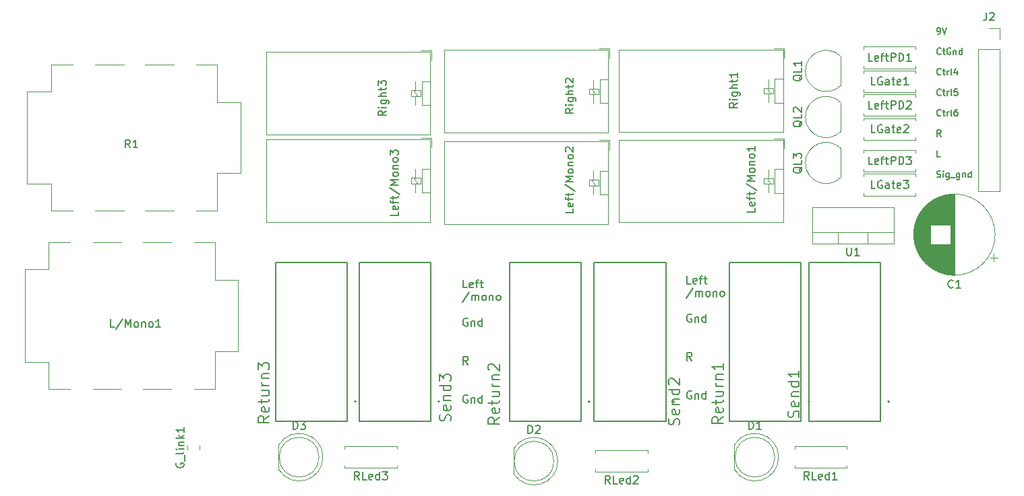
<source format=gbr>
%TF.GenerationSoftware,KiCad,Pcbnew,7.0.9*%
%TF.CreationDate,2024-06-30T00:12:16-04:00*%
%TF.ProjectId,Loop Board 3 Jackless Output,4c6f6f70-2042-46f6-9172-642033204a61,rev?*%
%TF.SameCoordinates,Original*%
%TF.FileFunction,Legend,Top*%
%TF.FilePolarity,Positive*%
%FSLAX46Y46*%
G04 Gerber Fmt 4.6, Leading zero omitted, Abs format (unit mm)*
G04 Created by KiCad (PCBNEW 7.0.9) date 2024-06-30 00:12:16*
%MOMM*%
%LPD*%
G01*
G04 APERTURE LIST*
%ADD10C,0.150000*%
%ADD11C,0.120000*%
%ADD12C,0.127000*%
%ADD13C,0.200000*%
G04 APERTURE END LIST*
D10*
X232627255Y-40462295D02*
X232779636Y-40462295D01*
X232779636Y-40462295D02*
X232855826Y-40424200D01*
X232855826Y-40424200D02*
X232893922Y-40386104D01*
X232893922Y-40386104D02*
X232970112Y-40271819D01*
X232970112Y-40271819D02*
X233008207Y-40119438D01*
X233008207Y-40119438D02*
X233008207Y-39814676D01*
X233008207Y-39814676D02*
X232970112Y-39738485D01*
X232970112Y-39738485D02*
X232932017Y-39700390D01*
X232932017Y-39700390D02*
X232855826Y-39662295D01*
X232855826Y-39662295D02*
X232703445Y-39662295D01*
X232703445Y-39662295D02*
X232627255Y-39700390D01*
X232627255Y-39700390D02*
X232589160Y-39738485D01*
X232589160Y-39738485D02*
X232551064Y-39814676D01*
X232551064Y-39814676D02*
X232551064Y-40005152D01*
X232551064Y-40005152D02*
X232589160Y-40081342D01*
X232589160Y-40081342D02*
X232627255Y-40119438D01*
X232627255Y-40119438D02*
X232703445Y-40157533D01*
X232703445Y-40157533D02*
X232855826Y-40157533D01*
X232855826Y-40157533D02*
X232932017Y-40119438D01*
X232932017Y-40119438D02*
X232970112Y-40081342D01*
X232970112Y-40081342D02*
X233008207Y-40005152D01*
X233236779Y-39662295D02*
X233503446Y-40462295D01*
X233503446Y-40462295D02*
X233770112Y-39662295D01*
X233046303Y-42962104D02*
X233008207Y-43000200D01*
X233008207Y-43000200D02*
X232893922Y-43038295D01*
X232893922Y-43038295D02*
X232817731Y-43038295D01*
X232817731Y-43038295D02*
X232703445Y-43000200D01*
X232703445Y-43000200D02*
X232627255Y-42924009D01*
X232627255Y-42924009D02*
X232589160Y-42847819D01*
X232589160Y-42847819D02*
X232551064Y-42695438D01*
X232551064Y-42695438D02*
X232551064Y-42581152D01*
X232551064Y-42581152D02*
X232589160Y-42428771D01*
X232589160Y-42428771D02*
X232627255Y-42352580D01*
X232627255Y-42352580D02*
X232703445Y-42276390D01*
X232703445Y-42276390D02*
X232817731Y-42238295D01*
X232817731Y-42238295D02*
X232893922Y-42238295D01*
X232893922Y-42238295D02*
X233008207Y-42276390D01*
X233008207Y-42276390D02*
X233046303Y-42314485D01*
X233274874Y-42504961D02*
X233579636Y-42504961D01*
X233389160Y-42238295D02*
X233389160Y-42924009D01*
X233389160Y-42924009D02*
X233427255Y-43000200D01*
X233427255Y-43000200D02*
X233503445Y-43038295D01*
X233503445Y-43038295D02*
X233579636Y-43038295D01*
X234265350Y-42276390D02*
X234189160Y-42238295D01*
X234189160Y-42238295D02*
X234074874Y-42238295D01*
X234074874Y-42238295D02*
X233960588Y-42276390D01*
X233960588Y-42276390D02*
X233884398Y-42352580D01*
X233884398Y-42352580D02*
X233846303Y-42428771D01*
X233846303Y-42428771D02*
X233808207Y-42581152D01*
X233808207Y-42581152D02*
X233808207Y-42695438D01*
X233808207Y-42695438D02*
X233846303Y-42847819D01*
X233846303Y-42847819D02*
X233884398Y-42924009D01*
X233884398Y-42924009D02*
X233960588Y-43000200D01*
X233960588Y-43000200D02*
X234074874Y-43038295D01*
X234074874Y-43038295D02*
X234151065Y-43038295D01*
X234151065Y-43038295D02*
X234265350Y-43000200D01*
X234265350Y-43000200D02*
X234303446Y-42962104D01*
X234303446Y-42962104D02*
X234303446Y-42695438D01*
X234303446Y-42695438D02*
X234151065Y-42695438D01*
X234646303Y-42504961D02*
X234646303Y-43038295D01*
X234646303Y-42581152D02*
X234684398Y-42543057D01*
X234684398Y-42543057D02*
X234760588Y-42504961D01*
X234760588Y-42504961D02*
X234874874Y-42504961D01*
X234874874Y-42504961D02*
X234951065Y-42543057D01*
X234951065Y-42543057D02*
X234989160Y-42619247D01*
X234989160Y-42619247D02*
X234989160Y-43038295D01*
X235712970Y-43038295D02*
X235712970Y-42238295D01*
X235712970Y-43000200D02*
X235636779Y-43038295D01*
X235636779Y-43038295D02*
X235484398Y-43038295D01*
X235484398Y-43038295D02*
X235408208Y-43000200D01*
X235408208Y-43000200D02*
X235370113Y-42962104D01*
X235370113Y-42962104D02*
X235332017Y-42885914D01*
X235332017Y-42885914D02*
X235332017Y-42657342D01*
X235332017Y-42657342D02*
X235370113Y-42581152D01*
X235370113Y-42581152D02*
X235408208Y-42543057D01*
X235408208Y-42543057D02*
X235484398Y-42504961D01*
X235484398Y-42504961D02*
X235636779Y-42504961D01*
X235636779Y-42504961D02*
X235712970Y-42543057D01*
X233046303Y-45538104D02*
X233008207Y-45576200D01*
X233008207Y-45576200D02*
X232893922Y-45614295D01*
X232893922Y-45614295D02*
X232817731Y-45614295D01*
X232817731Y-45614295D02*
X232703445Y-45576200D01*
X232703445Y-45576200D02*
X232627255Y-45500009D01*
X232627255Y-45500009D02*
X232589160Y-45423819D01*
X232589160Y-45423819D02*
X232551064Y-45271438D01*
X232551064Y-45271438D02*
X232551064Y-45157152D01*
X232551064Y-45157152D02*
X232589160Y-45004771D01*
X232589160Y-45004771D02*
X232627255Y-44928580D01*
X232627255Y-44928580D02*
X232703445Y-44852390D01*
X232703445Y-44852390D02*
X232817731Y-44814295D01*
X232817731Y-44814295D02*
X232893922Y-44814295D01*
X232893922Y-44814295D02*
X233008207Y-44852390D01*
X233008207Y-44852390D02*
X233046303Y-44890485D01*
X233274874Y-45080961D02*
X233579636Y-45080961D01*
X233389160Y-44814295D02*
X233389160Y-45500009D01*
X233389160Y-45500009D02*
X233427255Y-45576200D01*
X233427255Y-45576200D02*
X233503445Y-45614295D01*
X233503445Y-45614295D02*
X233579636Y-45614295D01*
X233846303Y-45614295D02*
X233846303Y-45080961D01*
X233846303Y-45233342D02*
X233884398Y-45157152D01*
X233884398Y-45157152D02*
X233922493Y-45119057D01*
X233922493Y-45119057D02*
X233998684Y-45080961D01*
X233998684Y-45080961D02*
X234074874Y-45080961D01*
X234455826Y-45614295D02*
X234379636Y-45576200D01*
X234379636Y-45576200D02*
X234341541Y-45500009D01*
X234341541Y-45500009D02*
X234341541Y-44814295D01*
X235103446Y-45080961D02*
X235103446Y-45614295D01*
X234912970Y-44776200D02*
X234722493Y-45347628D01*
X234722493Y-45347628D02*
X235217732Y-45347628D01*
X233046303Y-48114104D02*
X233008207Y-48152200D01*
X233008207Y-48152200D02*
X232893922Y-48190295D01*
X232893922Y-48190295D02*
X232817731Y-48190295D01*
X232817731Y-48190295D02*
X232703445Y-48152200D01*
X232703445Y-48152200D02*
X232627255Y-48076009D01*
X232627255Y-48076009D02*
X232589160Y-47999819D01*
X232589160Y-47999819D02*
X232551064Y-47847438D01*
X232551064Y-47847438D02*
X232551064Y-47733152D01*
X232551064Y-47733152D02*
X232589160Y-47580771D01*
X232589160Y-47580771D02*
X232627255Y-47504580D01*
X232627255Y-47504580D02*
X232703445Y-47428390D01*
X232703445Y-47428390D02*
X232817731Y-47390295D01*
X232817731Y-47390295D02*
X232893922Y-47390295D01*
X232893922Y-47390295D02*
X233008207Y-47428390D01*
X233008207Y-47428390D02*
X233046303Y-47466485D01*
X233274874Y-47656961D02*
X233579636Y-47656961D01*
X233389160Y-47390295D02*
X233389160Y-48076009D01*
X233389160Y-48076009D02*
X233427255Y-48152200D01*
X233427255Y-48152200D02*
X233503445Y-48190295D01*
X233503445Y-48190295D02*
X233579636Y-48190295D01*
X233846303Y-48190295D02*
X233846303Y-47656961D01*
X233846303Y-47809342D02*
X233884398Y-47733152D01*
X233884398Y-47733152D02*
X233922493Y-47695057D01*
X233922493Y-47695057D02*
X233998684Y-47656961D01*
X233998684Y-47656961D02*
X234074874Y-47656961D01*
X234455826Y-48190295D02*
X234379636Y-48152200D01*
X234379636Y-48152200D02*
X234341541Y-48076009D01*
X234341541Y-48076009D02*
X234341541Y-47390295D01*
X235141541Y-47390295D02*
X234760589Y-47390295D01*
X234760589Y-47390295D02*
X234722493Y-47771247D01*
X234722493Y-47771247D02*
X234760589Y-47733152D01*
X234760589Y-47733152D02*
X234836779Y-47695057D01*
X234836779Y-47695057D02*
X235027255Y-47695057D01*
X235027255Y-47695057D02*
X235103446Y-47733152D01*
X235103446Y-47733152D02*
X235141541Y-47771247D01*
X235141541Y-47771247D02*
X235179636Y-47847438D01*
X235179636Y-47847438D02*
X235179636Y-48037914D01*
X235179636Y-48037914D02*
X235141541Y-48114104D01*
X235141541Y-48114104D02*
X235103446Y-48152200D01*
X235103446Y-48152200D02*
X235027255Y-48190295D01*
X235027255Y-48190295D02*
X234836779Y-48190295D01*
X234836779Y-48190295D02*
X234760589Y-48152200D01*
X234760589Y-48152200D02*
X234722493Y-48114104D01*
X233046303Y-50690104D02*
X233008207Y-50728200D01*
X233008207Y-50728200D02*
X232893922Y-50766295D01*
X232893922Y-50766295D02*
X232817731Y-50766295D01*
X232817731Y-50766295D02*
X232703445Y-50728200D01*
X232703445Y-50728200D02*
X232627255Y-50652009D01*
X232627255Y-50652009D02*
X232589160Y-50575819D01*
X232589160Y-50575819D02*
X232551064Y-50423438D01*
X232551064Y-50423438D02*
X232551064Y-50309152D01*
X232551064Y-50309152D02*
X232589160Y-50156771D01*
X232589160Y-50156771D02*
X232627255Y-50080580D01*
X232627255Y-50080580D02*
X232703445Y-50004390D01*
X232703445Y-50004390D02*
X232817731Y-49966295D01*
X232817731Y-49966295D02*
X232893922Y-49966295D01*
X232893922Y-49966295D02*
X233008207Y-50004390D01*
X233008207Y-50004390D02*
X233046303Y-50042485D01*
X233274874Y-50232961D02*
X233579636Y-50232961D01*
X233389160Y-49966295D02*
X233389160Y-50652009D01*
X233389160Y-50652009D02*
X233427255Y-50728200D01*
X233427255Y-50728200D02*
X233503445Y-50766295D01*
X233503445Y-50766295D02*
X233579636Y-50766295D01*
X233846303Y-50766295D02*
X233846303Y-50232961D01*
X233846303Y-50385342D02*
X233884398Y-50309152D01*
X233884398Y-50309152D02*
X233922493Y-50271057D01*
X233922493Y-50271057D02*
X233998684Y-50232961D01*
X233998684Y-50232961D02*
X234074874Y-50232961D01*
X234455826Y-50766295D02*
X234379636Y-50728200D01*
X234379636Y-50728200D02*
X234341541Y-50652009D01*
X234341541Y-50652009D02*
X234341541Y-49966295D01*
X235103446Y-49966295D02*
X234951065Y-49966295D01*
X234951065Y-49966295D02*
X234874874Y-50004390D01*
X234874874Y-50004390D02*
X234836779Y-50042485D01*
X234836779Y-50042485D02*
X234760589Y-50156771D01*
X234760589Y-50156771D02*
X234722493Y-50309152D01*
X234722493Y-50309152D02*
X234722493Y-50613914D01*
X234722493Y-50613914D02*
X234760589Y-50690104D01*
X234760589Y-50690104D02*
X234798684Y-50728200D01*
X234798684Y-50728200D02*
X234874874Y-50766295D01*
X234874874Y-50766295D02*
X235027255Y-50766295D01*
X235027255Y-50766295D02*
X235103446Y-50728200D01*
X235103446Y-50728200D02*
X235141541Y-50690104D01*
X235141541Y-50690104D02*
X235179636Y-50613914D01*
X235179636Y-50613914D02*
X235179636Y-50423438D01*
X235179636Y-50423438D02*
X235141541Y-50347247D01*
X235141541Y-50347247D02*
X235103446Y-50309152D01*
X235103446Y-50309152D02*
X235027255Y-50271057D01*
X235027255Y-50271057D02*
X234874874Y-50271057D01*
X234874874Y-50271057D02*
X234798684Y-50309152D01*
X234798684Y-50309152D02*
X234760589Y-50347247D01*
X234760589Y-50347247D02*
X234722493Y-50423438D01*
X233046303Y-53342295D02*
X232779636Y-52961342D01*
X232589160Y-53342295D02*
X232589160Y-52542295D01*
X232589160Y-52542295D02*
X232893922Y-52542295D01*
X232893922Y-52542295D02*
X232970112Y-52580390D01*
X232970112Y-52580390D02*
X233008207Y-52618485D01*
X233008207Y-52618485D02*
X233046303Y-52694676D01*
X233046303Y-52694676D02*
X233046303Y-52808961D01*
X233046303Y-52808961D02*
X233008207Y-52885152D01*
X233008207Y-52885152D02*
X232970112Y-52923247D01*
X232970112Y-52923247D02*
X232893922Y-52961342D01*
X232893922Y-52961342D02*
X232589160Y-52961342D01*
X232970112Y-55918295D02*
X232589160Y-55918295D01*
X232589160Y-55918295D02*
X232589160Y-55118295D01*
X232551064Y-58456200D02*
X232665350Y-58494295D01*
X232665350Y-58494295D02*
X232855826Y-58494295D01*
X232855826Y-58494295D02*
X232932017Y-58456200D01*
X232932017Y-58456200D02*
X232970112Y-58418104D01*
X232970112Y-58418104D02*
X233008207Y-58341914D01*
X233008207Y-58341914D02*
X233008207Y-58265723D01*
X233008207Y-58265723D02*
X232970112Y-58189533D01*
X232970112Y-58189533D02*
X232932017Y-58151438D01*
X232932017Y-58151438D02*
X232855826Y-58113342D01*
X232855826Y-58113342D02*
X232703445Y-58075247D01*
X232703445Y-58075247D02*
X232627255Y-58037152D01*
X232627255Y-58037152D02*
X232589160Y-57999057D01*
X232589160Y-57999057D02*
X232551064Y-57922866D01*
X232551064Y-57922866D02*
X232551064Y-57846676D01*
X232551064Y-57846676D02*
X232589160Y-57770485D01*
X232589160Y-57770485D02*
X232627255Y-57732390D01*
X232627255Y-57732390D02*
X232703445Y-57694295D01*
X232703445Y-57694295D02*
X232893922Y-57694295D01*
X232893922Y-57694295D02*
X233008207Y-57732390D01*
X233351065Y-58494295D02*
X233351065Y-57960961D01*
X233351065Y-57694295D02*
X233312969Y-57732390D01*
X233312969Y-57732390D02*
X233351065Y-57770485D01*
X233351065Y-57770485D02*
X233389160Y-57732390D01*
X233389160Y-57732390D02*
X233351065Y-57694295D01*
X233351065Y-57694295D02*
X233351065Y-57770485D01*
X234074874Y-57960961D02*
X234074874Y-58608580D01*
X234074874Y-58608580D02*
X234036779Y-58684771D01*
X234036779Y-58684771D02*
X233998683Y-58722866D01*
X233998683Y-58722866D02*
X233922493Y-58760961D01*
X233922493Y-58760961D02*
X233808207Y-58760961D01*
X233808207Y-58760961D02*
X233732017Y-58722866D01*
X234074874Y-58456200D02*
X233998683Y-58494295D01*
X233998683Y-58494295D02*
X233846302Y-58494295D01*
X233846302Y-58494295D02*
X233770112Y-58456200D01*
X233770112Y-58456200D02*
X233732017Y-58418104D01*
X233732017Y-58418104D02*
X233693921Y-58341914D01*
X233693921Y-58341914D02*
X233693921Y-58113342D01*
X233693921Y-58113342D02*
X233732017Y-58037152D01*
X233732017Y-58037152D02*
X233770112Y-57999057D01*
X233770112Y-57999057D02*
X233846302Y-57960961D01*
X233846302Y-57960961D02*
X233998683Y-57960961D01*
X233998683Y-57960961D02*
X234074874Y-57999057D01*
X234265351Y-58570485D02*
X234874874Y-58570485D01*
X235408208Y-57960961D02*
X235408208Y-58608580D01*
X235408208Y-58608580D02*
X235370113Y-58684771D01*
X235370113Y-58684771D02*
X235332017Y-58722866D01*
X235332017Y-58722866D02*
X235255827Y-58760961D01*
X235255827Y-58760961D02*
X235141541Y-58760961D01*
X235141541Y-58760961D02*
X235065351Y-58722866D01*
X235408208Y-58456200D02*
X235332017Y-58494295D01*
X235332017Y-58494295D02*
X235179636Y-58494295D01*
X235179636Y-58494295D02*
X235103446Y-58456200D01*
X235103446Y-58456200D02*
X235065351Y-58418104D01*
X235065351Y-58418104D02*
X235027255Y-58341914D01*
X235027255Y-58341914D02*
X235027255Y-58113342D01*
X235027255Y-58113342D02*
X235065351Y-58037152D01*
X235065351Y-58037152D02*
X235103446Y-57999057D01*
X235103446Y-57999057D02*
X235179636Y-57960961D01*
X235179636Y-57960961D02*
X235332017Y-57960961D01*
X235332017Y-57960961D02*
X235408208Y-57999057D01*
X235789161Y-57960961D02*
X235789161Y-58494295D01*
X235789161Y-58037152D02*
X235827256Y-57999057D01*
X235827256Y-57999057D02*
X235903446Y-57960961D01*
X235903446Y-57960961D02*
X236017732Y-57960961D01*
X236017732Y-57960961D02*
X236093923Y-57999057D01*
X236093923Y-57999057D02*
X236132018Y-58075247D01*
X236132018Y-58075247D02*
X236132018Y-58494295D01*
X236855828Y-58494295D02*
X236855828Y-57694295D01*
X236855828Y-58456200D02*
X236779637Y-58494295D01*
X236779637Y-58494295D02*
X236627256Y-58494295D01*
X236627256Y-58494295D02*
X236551066Y-58456200D01*
X236551066Y-58456200D02*
X236512971Y-58418104D01*
X236512971Y-58418104D02*
X236474875Y-58341914D01*
X236474875Y-58341914D02*
X236474875Y-58113342D01*
X236474875Y-58113342D02*
X236512971Y-58037152D01*
X236512971Y-58037152D02*
X236551066Y-57999057D01*
X236551066Y-57999057D02*
X236627256Y-57960961D01*
X236627256Y-57960961D02*
X236779637Y-57960961D01*
X236779637Y-57960961D02*
X236855828Y-57999057D01*
X173575469Y-72379819D02*
X173099279Y-72379819D01*
X173099279Y-72379819D02*
X173099279Y-71379819D01*
X174289755Y-72332200D02*
X174194517Y-72379819D01*
X174194517Y-72379819D02*
X174004041Y-72379819D01*
X174004041Y-72379819D02*
X173908803Y-72332200D01*
X173908803Y-72332200D02*
X173861184Y-72236961D01*
X173861184Y-72236961D02*
X173861184Y-71856009D01*
X173861184Y-71856009D02*
X173908803Y-71760771D01*
X173908803Y-71760771D02*
X174004041Y-71713152D01*
X174004041Y-71713152D02*
X174194517Y-71713152D01*
X174194517Y-71713152D02*
X174289755Y-71760771D01*
X174289755Y-71760771D02*
X174337374Y-71856009D01*
X174337374Y-71856009D02*
X174337374Y-71951247D01*
X174337374Y-71951247D02*
X173861184Y-72046485D01*
X174623089Y-71713152D02*
X175004041Y-71713152D01*
X174765946Y-72379819D02*
X174765946Y-71522676D01*
X174765946Y-71522676D02*
X174813565Y-71427438D01*
X174813565Y-71427438D02*
X174908803Y-71379819D01*
X174908803Y-71379819D02*
X175004041Y-71379819D01*
X175194518Y-71713152D02*
X175575470Y-71713152D01*
X175337375Y-71379819D02*
X175337375Y-72236961D01*
X175337375Y-72236961D02*
X175384994Y-72332200D01*
X175384994Y-72332200D02*
X175480232Y-72379819D01*
X175480232Y-72379819D02*
X175575470Y-72379819D01*
X173813564Y-72942200D02*
X172956422Y-74227914D01*
X174146898Y-73989819D02*
X174146898Y-73323152D01*
X174146898Y-73418390D02*
X174194517Y-73370771D01*
X174194517Y-73370771D02*
X174289755Y-73323152D01*
X174289755Y-73323152D02*
X174432612Y-73323152D01*
X174432612Y-73323152D02*
X174527850Y-73370771D01*
X174527850Y-73370771D02*
X174575469Y-73466009D01*
X174575469Y-73466009D02*
X174575469Y-73989819D01*
X174575469Y-73466009D02*
X174623088Y-73370771D01*
X174623088Y-73370771D02*
X174718326Y-73323152D01*
X174718326Y-73323152D02*
X174861183Y-73323152D01*
X174861183Y-73323152D02*
X174956422Y-73370771D01*
X174956422Y-73370771D02*
X175004041Y-73466009D01*
X175004041Y-73466009D02*
X175004041Y-73989819D01*
X175623088Y-73989819D02*
X175527850Y-73942200D01*
X175527850Y-73942200D02*
X175480231Y-73894580D01*
X175480231Y-73894580D02*
X175432612Y-73799342D01*
X175432612Y-73799342D02*
X175432612Y-73513628D01*
X175432612Y-73513628D02*
X175480231Y-73418390D01*
X175480231Y-73418390D02*
X175527850Y-73370771D01*
X175527850Y-73370771D02*
X175623088Y-73323152D01*
X175623088Y-73323152D02*
X175765945Y-73323152D01*
X175765945Y-73323152D02*
X175861183Y-73370771D01*
X175861183Y-73370771D02*
X175908802Y-73418390D01*
X175908802Y-73418390D02*
X175956421Y-73513628D01*
X175956421Y-73513628D02*
X175956421Y-73799342D01*
X175956421Y-73799342D02*
X175908802Y-73894580D01*
X175908802Y-73894580D02*
X175861183Y-73942200D01*
X175861183Y-73942200D02*
X175765945Y-73989819D01*
X175765945Y-73989819D02*
X175623088Y-73989819D01*
X176384993Y-73323152D02*
X176384993Y-73989819D01*
X176384993Y-73418390D02*
X176432612Y-73370771D01*
X176432612Y-73370771D02*
X176527850Y-73323152D01*
X176527850Y-73323152D02*
X176670707Y-73323152D01*
X176670707Y-73323152D02*
X176765945Y-73370771D01*
X176765945Y-73370771D02*
X176813564Y-73466009D01*
X176813564Y-73466009D02*
X176813564Y-73989819D01*
X177432612Y-73989819D02*
X177337374Y-73942200D01*
X177337374Y-73942200D02*
X177289755Y-73894580D01*
X177289755Y-73894580D02*
X177242136Y-73799342D01*
X177242136Y-73799342D02*
X177242136Y-73513628D01*
X177242136Y-73513628D02*
X177289755Y-73418390D01*
X177289755Y-73418390D02*
X177337374Y-73370771D01*
X177337374Y-73370771D02*
X177432612Y-73323152D01*
X177432612Y-73323152D02*
X177575469Y-73323152D01*
X177575469Y-73323152D02*
X177670707Y-73370771D01*
X177670707Y-73370771D02*
X177718326Y-73418390D01*
X177718326Y-73418390D02*
X177765945Y-73513628D01*
X177765945Y-73513628D02*
X177765945Y-73799342D01*
X177765945Y-73799342D02*
X177718326Y-73894580D01*
X177718326Y-73894580D02*
X177670707Y-73942200D01*
X177670707Y-73942200D02*
X177575469Y-73989819D01*
X177575469Y-73989819D02*
X177432612Y-73989819D01*
X173623088Y-76257438D02*
X173527850Y-76209819D01*
X173527850Y-76209819D02*
X173384993Y-76209819D01*
X173384993Y-76209819D02*
X173242136Y-76257438D01*
X173242136Y-76257438D02*
X173146898Y-76352676D01*
X173146898Y-76352676D02*
X173099279Y-76447914D01*
X173099279Y-76447914D02*
X173051660Y-76638390D01*
X173051660Y-76638390D02*
X173051660Y-76781247D01*
X173051660Y-76781247D02*
X173099279Y-76971723D01*
X173099279Y-76971723D02*
X173146898Y-77066961D01*
X173146898Y-77066961D02*
X173242136Y-77162200D01*
X173242136Y-77162200D02*
X173384993Y-77209819D01*
X173384993Y-77209819D02*
X173480231Y-77209819D01*
X173480231Y-77209819D02*
X173623088Y-77162200D01*
X173623088Y-77162200D02*
X173670707Y-77114580D01*
X173670707Y-77114580D02*
X173670707Y-76781247D01*
X173670707Y-76781247D02*
X173480231Y-76781247D01*
X174099279Y-76543152D02*
X174099279Y-77209819D01*
X174099279Y-76638390D02*
X174146898Y-76590771D01*
X174146898Y-76590771D02*
X174242136Y-76543152D01*
X174242136Y-76543152D02*
X174384993Y-76543152D01*
X174384993Y-76543152D02*
X174480231Y-76590771D01*
X174480231Y-76590771D02*
X174527850Y-76686009D01*
X174527850Y-76686009D02*
X174527850Y-77209819D01*
X175432612Y-77209819D02*
X175432612Y-76209819D01*
X175432612Y-77162200D02*
X175337374Y-77209819D01*
X175337374Y-77209819D02*
X175146898Y-77209819D01*
X175146898Y-77209819D02*
X175051660Y-77162200D01*
X175051660Y-77162200D02*
X175004041Y-77114580D01*
X175004041Y-77114580D02*
X174956422Y-77019342D01*
X174956422Y-77019342D02*
X174956422Y-76733628D01*
X174956422Y-76733628D02*
X175004041Y-76638390D01*
X175004041Y-76638390D02*
X175051660Y-76590771D01*
X175051660Y-76590771D02*
X175146898Y-76543152D01*
X175146898Y-76543152D02*
X175337374Y-76543152D01*
X175337374Y-76543152D02*
X175432612Y-76590771D01*
X173670707Y-82039819D02*
X173337374Y-81563628D01*
X173099279Y-82039819D02*
X173099279Y-81039819D01*
X173099279Y-81039819D02*
X173480231Y-81039819D01*
X173480231Y-81039819D02*
X173575469Y-81087438D01*
X173575469Y-81087438D02*
X173623088Y-81135057D01*
X173623088Y-81135057D02*
X173670707Y-81230295D01*
X173670707Y-81230295D02*
X173670707Y-81373152D01*
X173670707Y-81373152D02*
X173623088Y-81468390D01*
X173623088Y-81468390D02*
X173575469Y-81516009D01*
X173575469Y-81516009D02*
X173480231Y-81563628D01*
X173480231Y-81563628D02*
X173099279Y-81563628D01*
X173623088Y-85917438D02*
X173527850Y-85869819D01*
X173527850Y-85869819D02*
X173384993Y-85869819D01*
X173384993Y-85869819D02*
X173242136Y-85917438D01*
X173242136Y-85917438D02*
X173146898Y-86012676D01*
X173146898Y-86012676D02*
X173099279Y-86107914D01*
X173099279Y-86107914D02*
X173051660Y-86298390D01*
X173051660Y-86298390D02*
X173051660Y-86441247D01*
X173051660Y-86441247D02*
X173099279Y-86631723D01*
X173099279Y-86631723D02*
X173146898Y-86726961D01*
X173146898Y-86726961D02*
X173242136Y-86822200D01*
X173242136Y-86822200D02*
X173384993Y-86869819D01*
X173384993Y-86869819D02*
X173480231Y-86869819D01*
X173480231Y-86869819D02*
X173623088Y-86822200D01*
X173623088Y-86822200D02*
X173670707Y-86774580D01*
X173670707Y-86774580D02*
X173670707Y-86441247D01*
X173670707Y-86441247D02*
X173480231Y-86441247D01*
X174099279Y-86203152D02*
X174099279Y-86869819D01*
X174099279Y-86298390D02*
X174146898Y-86250771D01*
X174146898Y-86250771D02*
X174242136Y-86203152D01*
X174242136Y-86203152D02*
X174384993Y-86203152D01*
X174384993Y-86203152D02*
X174480231Y-86250771D01*
X174480231Y-86250771D02*
X174527850Y-86346009D01*
X174527850Y-86346009D02*
X174527850Y-86869819D01*
X175432612Y-86869819D02*
X175432612Y-85869819D01*
X175432612Y-86822200D02*
X175337374Y-86869819D01*
X175337374Y-86869819D02*
X175146898Y-86869819D01*
X175146898Y-86869819D02*
X175051660Y-86822200D01*
X175051660Y-86822200D02*
X175004041Y-86774580D01*
X175004041Y-86774580D02*
X174956422Y-86679342D01*
X174956422Y-86679342D02*
X174956422Y-86393628D01*
X174956422Y-86393628D02*
X175004041Y-86298390D01*
X175004041Y-86298390D02*
X175051660Y-86250771D01*
X175051660Y-86250771D02*
X175146898Y-86203152D01*
X175146898Y-86203152D02*
X175337374Y-86203152D01*
X175337374Y-86203152D02*
X175432612Y-86250771D01*
X201675469Y-71879819D02*
X201199279Y-71879819D01*
X201199279Y-71879819D02*
X201199279Y-70879819D01*
X202389755Y-71832200D02*
X202294517Y-71879819D01*
X202294517Y-71879819D02*
X202104041Y-71879819D01*
X202104041Y-71879819D02*
X202008803Y-71832200D01*
X202008803Y-71832200D02*
X201961184Y-71736961D01*
X201961184Y-71736961D02*
X201961184Y-71356009D01*
X201961184Y-71356009D02*
X202008803Y-71260771D01*
X202008803Y-71260771D02*
X202104041Y-71213152D01*
X202104041Y-71213152D02*
X202294517Y-71213152D01*
X202294517Y-71213152D02*
X202389755Y-71260771D01*
X202389755Y-71260771D02*
X202437374Y-71356009D01*
X202437374Y-71356009D02*
X202437374Y-71451247D01*
X202437374Y-71451247D02*
X201961184Y-71546485D01*
X202723089Y-71213152D02*
X203104041Y-71213152D01*
X202865946Y-71879819D02*
X202865946Y-71022676D01*
X202865946Y-71022676D02*
X202913565Y-70927438D01*
X202913565Y-70927438D02*
X203008803Y-70879819D01*
X203008803Y-70879819D02*
X203104041Y-70879819D01*
X203294518Y-71213152D02*
X203675470Y-71213152D01*
X203437375Y-70879819D02*
X203437375Y-71736961D01*
X203437375Y-71736961D02*
X203484994Y-71832200D01*
X203484994Y-71832200D02*
X203580232Y-71879819D01*
X203580232Y-71879819D02*
X203675470Y-71879819D01*
X201913564Y-72442200D02*
X201056422Y-73727914D01*
X202246898Y-73489819D02*
X202246898Y-72823152D01*
X202246898Y-72918390D02*
X202294517Y-72870771D01*
X202294517Y-72870771D02*
X202389755Y-72823152D01*
X202389755Y-72823152D02*
X202532612Y-72823152D01*
X202532612Y-72823152D02*
X202627850Y-72870771D01*
X202627850Y-72870771D02*
X202675469Y-72966009D01*
X202675469Y-72966009D02*
X202675469Y-73489819D01*
X202675469Y-72966009D02*
X202723088Y-72870771D01*
X202723088Y-72870771D02*
X202818326Y-72823152D01*
X202818326Y-72823152D02*
X202961183Y-72823152D01*
X202961183Y-72823152D02*
X203056422Y-72870771D01*
X203056422Y-72870771D02*
X203104041Y-72966009D01*
X203104041Y-72966009D02*
X203104041Y-73489819D01*
X203723088Y-73489819D02*
X203627850Y-73442200D01*
X203627850Y-73442200D02*
X203580231Y-73394580D01*
X203580231Y-73394580D02*
X203532612Y-73299342D01*
X203532612Y-73299342D02*
X203532612Y-73013628D01*
X203532612Y-73013628D02*
X203580231Y-72918390D01*
X203580231Y-72918390D02*
X203627850Y-72870771D01*
X203627850Y-72870771D02*
X203723088Y-72823152D01*
X203723088Y-72823152D02*
X203865945Y-72823152D01*
X203865945Y-72823152D02*
X203961183Y-72870771D01*
X203961183Y-72870771D02*
X204008802Y-72918390D01*
X204008802Y-72918390D02*
X204056421Y-73013628D01*
X204056421Y-73013628D02*
X204056421Y-73299342D01*
X204056421Y-73299342D02*
X204008802Y-73394580D01*
X204008802Y-73394580D02*
X203961183Y-73442200D01*
X203961183Y-73442200D02*
X203865945Y-73489819D01*
X203865945Y-73489819D02*
X203723088Y-73489819D01*
X204484993Y-72823152D02*
X204484993Y-73489819D01*
X204484993Y-72918390D02*
X204532612Y-72870771D01*
X204532612Y-72870771D02*
X204627850Y-72823152D01*
X204627850Y-72823152D02*
X204770707Y-72823152D01*
X204770707Y-72823152D02*
X204865945Y-72870771D01*
X204865945Y-72870771D02*
X204913564Y-72966009D01*
X204913564Y-72966009D02*
X204913564Y-73489819D01*
X205532612Y-73489819D02*
X205437374Y-73442200D01*
X205437374Y-73442200D02*
X205389755Y-73394580D01*
X205389755Y-73394580D02*
X205342136Y-73299342D01*
X205342136Y-73299342D02*
X205342136Y-73013628D01*
X205342136Y-73013628D02*
X205389755Y-72918390D01*
X205389755Y-72918390D02*
X205437374Y-72870771D01*
X205437374Y-72870771D02*
X205532612Y-72823152D01*
X205532612Y-72823152D02*
X205675469Y-72823152D01*
X205675469Y-72823152D02*
X205770707Y-72870771D01*
X205770707Y-72870771D02*
X205818326Y-72918390D01*
X205818326Y-72918390D02*
X205865945Y-73013628D01*
X205865945Y-73013628D02*
X205865945Y-73299342D01*
X205865945Y-73299342D02*
X205818326Y-73394580D01*
X205818326Y-73394580D02*
X205770707Y-73442200D01*
X205770707Y-73442200D02*
X205675469Y-73489819D01*
X205675469Y-73489819D02*
X205532612Y-73489819D01*
X201723088Y-75757438D02*
X201627850Y-75709819D01*
X201627850Y-75709819D02*
X201484993Y-75709819D01*
X201484993Y-75709819D02*
X201342136Y-75757438D01*
X201342136Y-75757438D02*
X201246898Y-75852676D01*
X201246898Y-75852676D02*
X201199279Y-75947914D01*
X201199279Y-75947914D02*
X201151660Y-76138390D01*
X201151660Y-76138390D02*
X201151660Y-76281247D01*
X201151660Y-76281247D02*
X201199279Y-76471723D01*
X201199279Y-76471723D02*
X201246898Y-76566961D01*
X201246898Y-76566961D02*
X201342136Y-76662200D01*
X201342136Y-76662200D02*
X201484993Y-76709819D01*
X201484993Y-76709819D02*
X201580231Y-76709819D01*
X201580231Y-76709819D02*
X201723088Y-76662200D01*
X201723088Y-76662200D02*
X201770707Y-76614580D01*
X201770707Y-76614580D02*
X201770707Y-76281247D01*
X201770707Y-76281247D02*
X201580231Y-76281247D01*
X202199279Y-76043152D02*
X202199279Y-76709819D01*
X202199279Y-76138390D02*
X202246898Y-76090771D01*
X202246898Y-76090771D02*
X202342136Y-76043152D01*
X202342136Y-76043152D02*
X202484993Y-76043152D01*
X202484993Y-76043152D02*
X202580231Y-76090771D01*
X202580231Y-76090771D02*
X202627850Y-76186009D01*
X202627850Y-76186009D02*
X202627850Y-76709819D01*
X203532612Y-76709819D02*
X203532612Y-75709819D01*
X203532612Y-76662200D02*
X203437374Y-76709819D01*
X203437374Y-76709819D02*
X203246898Y-76709819D01*
X203246898Y-76709819D02*
X203151660Y-76662200D01*
X203151660Y-76662200D02*
X203104041Y-76614580D01*
X203104041Y-76614580D02*
X203056422Y-76519342D01*
X203056422Y-76519342D02*
X203056422Y-76233628D01*
X203056422Y-76233628D02*
X203104041Y-76138390D01*
X203104041Y-76138390D02*
X203151660Y-76090771D01*
X203151660Y-76090771D02*
X203246898Y-76043152D01*
X203246898Y-76043152D02*
X203437374Y-76043152D01*
X203437374Y-76043152D02*
X203532612Y-76090771D01*
X201770707Y-81539819D02*
X201437374Y-81063628D01*
X201199279Y-81539819D02*
X201199279Y-80539819D01*
X201199279Y-80539819D02*
X201580231Y-80539819D01*
X201580231Y-80539819D02*
X201675469Y-80587438D01*
X201675469Y-80587438D02*
X201723088Y-80635057D01*
X201723088Y-80635057D02*
X201770707Y-80730295D01*
X201770707Y-80730295D02*
X201770707Y-80873152D01*
X201770707Y-80873152D02*
X201723088Y-80968390D01*
X201723088Y-80968390D02*
X201675469Y-81016009D01*
X201675469Y-81016009D02*
X201580231Y-81063628D01*
X201580231Y-81063628D02*
X201199279Y-81063628D01*
X201723088Y-85417438D02*
X201627850Y-85369819D01*
X201627850Y-85369819D02*
X201484993Y-85369819D01*
X201484993Y-85369819D02*
X201342136Y-85417438D01*
X201342136Y-85417438D02*
X201246898Y-85512676D01*
X201246898Y-85512676D02*
X201199279Y-85607914D01*
X201199279Y-85607914D02*
X201151660Y-85798390D01*
X201151660Y-85798390D02*
X201151660Y-85941247D01*
X201151660Y-85941247D02*
X201199279Y-86131723D01*
X201199279Y-86131723D02*
X201246898Y-86226961D01*
X201246898Y-86226961D02*
X201342136Y-86322200D01*
X201342136Y-86322200D02*
X201484993Y-86369819D01*
X201484993Y-86369819D02*
X201580231Y-86369819D01*
X201580231Y-86369819D02*
X201723088Y-86322200D01*
X201723088Y-86322200D02*
X201770707Y-86274580D01*
X201770707Y-86274580D02*
X201770707Y-85941247D01*
X201770707Y-85941247D02*
X201580231Y-85941247D01*
X202199279Y-85703152D02*
X202199279Y-86369819D01*
X202199279Y-85798390D02*
X202246898Y-85750771D01*
X202246898Y-85750771D02*
X202342136Y-85703152D01*
X202342136Y-85703152D02*
X202484993Y-85703152D01*
X202484993Y-85703152D02*
X202580231Y-85750771D01*
X202580231Y-85750771D02*
X202627850Y-85846009D01*
X202627850Y-85846009D02*
X202627850Y-86369819D01*
X203532612Y-86369819D02*
X203532612Y-85369819D01*
X203532612Y-86322200D02*
X203437374Y-86369819D01*
X203437374Y-86369819D02*
X203246898Y-86369819D01*
X203246898Y-86369819D02*
X203151660Y-86322200D01*
X203151660Y-86322200D02*
X203104041Y-86274580D01*
X203104041Y-86274580D02*
X203056422Y-86179342D01*
X203056422Y-86179342D02*
X203056422Y-85893628D01*
X203056422Y-85893628D02*
X203104041Y-85798390D01*
X203104041Y-85798390D02*
X203151660Y-85750771D01*
X203151660Y-85750771D02*
X203246898Y-85703152D01*
X203246898Y-85703152D02*
X203437374Y-85703152D01*
X203437374Y-85703152D02*
X203532612Y-85750771D01*
X163394819Y-50120238D02*
X162918628Y-50453571D01*
X163394819Y-50691666D02*
X162394819Y-50691666D01*
X162394819Y-50691666D02*
X162394819Y-50310714D01*
X162394819Y-50310714D02*
X162442438Y-50215476D01*
X162442438Y-50215476D02*
X162490057Y-50167857D01*
X162490057Y-50167857D02*
X162585295Y-50120238D01*
X162585295Y-50120238D02*
X162728152Y-50120238D01*
X162728152Y-50120238D02*
X162823390Y-50167857D01*
X162823390Y-50167857D02*
X162871009Y-50215476D01*
X162871009Y-50215476D02*
X162918628Y-50310714D01*
X162918628Y-50310714D02*
X162918628Y-50691666D01*
X163394819Y-49691666D02*
X162728152Y-49691666D01*
X162394819Y-49691666D02*
X162442438Y-49739285D01*
X162442438Y-49739285D02*
X162490057Y-49691666D01*
X162490057Y-49691666D02*
X162442438Y-49644047D01*
X162442438Y-49644047D02*
X162394819Y-49691666D01*
X162394819Y-49691666D02*
X162490057Y-49691666D01*
X162728152Y-48786905D02*
X163537676Y-48786905D01*
X163537676Y-48786905D02*
X163632914Y-48834524D01*
X163632914Y-48834524D02*
X163680533Y-48882143D01*
X163680533Y-48882143D02*
X163728152Y-48977381D01*
X163728152Y-48977381D02*
X163728152Y-49120238D01*
X163728152Y-49120238D02*
X163680533Y-49215476D01*
X163347200Y-48786905D02*
X163394819Y-48882143D01*
X163394819Y-48882143D02*
X163394819Y-49072619D01*
X163394819Y-49072619D02*
X163347200Y-49167857D01*
X163347200Y-49167857D02*
X163299580Y-49215476D01*
X163299580Y-49215476D02*
X163204342Y-49263095D01*
X163204342Y-49263095D02*
X162918628Y-49263095D01*
X162918628Y-49263095D02*
X162823390Y-49215476D01*
X162823390Y-49215476D02*
X162775771Y-49167857D01*
X162775771Y-49167857D02*
X162728152Y-49072619D01*
X162728152Y-49072619D02*
X162728152Y-48882143D01*
X162728152Y-48882143D02*
X162775771Y-48786905D01*
X163394819Y-48310714D02*
X162394819Y-48310714D01*
X163394819Y-47882143D02*
X162871009Y-47882143D01*
X162871009Y-47882143D02*
X162775771Y-47929762D01*
X162775771Y-47929762D02*
X162728152Y-48025000D01*
X162728152Y-48025000D02*
X162728152Y-48167857D01*
X162728152Y-48167857D02*
X162775771Y-48263095D01*
X162775771Y-48263095D02*
X162823390Y-48310714D01*
X162728152Y-47548809D02*
X162728152Y-47167857D01*
X162394819Y-47405952D02*
X163251961Y-47405952D01*
X163251961Y-47405952D02*
X163347200Y-47358333D01*
X163347200Y-47358333D02*
X163394819Y-47263095D01*
X163394819Y-47263095D02*
X163394819Y-47167857D01*
X162394819Y-46929761D02*
X162394819Y-46310714D01*
X162394819Y-46310714D02*
X162775771Y-46644047D01*
X162775771Y-46644047D02*
X162775771Y-46501190D01*
X162775771Y-46501190D02*
X162823390Y-46405952D01*
X162823390Y-46405952D02*
X162871009Y-46358333D01*
X162871009Y-46358333D02*
X162966247Y-46310714D01*
X162966247Y-46310714D02*
X163204342Y-46310714D01*
X163204342Y-46310714D02*
X163299580Y-46358333D01*
X163299580Y-46358333D02*
X163347200Y-46405952D01*
X163347200Y-46405952D02*
X163394819Y-46501190D01*
X163394819Y-46501190D02*
X163394819Y-46786904D01*
X163394819Y-46786904D02*
X163347200Y-46882142D01*
X163347200Y-46882142D02*
X163299580Y-46929761D01*
X238766666Y-37764819D02*
X238766666Y-38479104D01*
X238766666Y-38479104D02*
X238719047Y-38621961D01*
X238719047Y-38621961D02*
X238623809Y-38717200D01*
X238623809Y-38717200D02*
X238480952Y-38764819D01*
X238480952Y-38764819D02*
X238385714Y-38764819D01*
X239195238Y-37860057D02*
X239242857Y-37812438D01*
X239242857Y-37812438D02*
X239338095Y-37764819D01*
X239338095Y-37764819D02*
X239576190Y-37764819D01*
X239576190Y-37764819D02*
X239671428Y-37812438D01*
X239671428Y-37812438D02*
X239719047Y-37860057D01*
X239719047Y-37860057D02*
X239766666Y-37955295D01*
X239766666Y-37955295D02*
X239766666Y-38050533D01*
X239766666Y-38050533D02*
X239719047Y-38193390D01*
X239719047Y-38193390D02*
X239147619Y-38764819D01*
X239147619Y-38764819D02*
X239766666Y-38764819D01*
X215630057Y-57190000D02*
X215582438Y-57285238D01*
X215582438Y-57285238D02*
X215487200Y-57380476D01*
X215487200Y-57380476D02*
X215344342Y-57523333D01*
X215344342Y-57523333D02*
X215296723Y-57618571D01*
X215296723Y-57618571D02*
X215296723Y-57713809D01*
X215534819Y-57666190D02*
X215487200Y-57761428D01*
X215487200Y-57761428D02*
X215391961Y-57856666D01*
X215391961Y-57856666D02*
X215201485Y-57904285D01*
X215201485Y-57904285D02*
X214868152Y-57904285D01*
X214868152Y-57904285D02*
X214677676Y-57856666D01*
X214677676Y-57856666D02*
X214582438Y-57761428D01*
X214582438Y-57761428D02*
X214534819Y-57666190D01*
X214534819Y-57666190D02*
X214534819Y-57475714D01*
X214534819Y-57475714D02*
X214582438Y-57380476D01*
X214582438Y-57380476D02*
X214677676Y-57285238D01*
X214677676Y-57285238D02*
X214868152Y-57237619D01*
X214868152Y-57237619D02*
X215201485Y-57237619D01*
X215201485Y-57237619D02*
X215391961Y-57285238D01*
X215391961Y-57285238D02*
X215487200Y-57380476D01*
X215487200Y-57380476D02*
X215534819Y-57475714D01*
X215534819Y-57475714D02*
X215534819Y-57666190D01*
X215534819Y-56332857D02*
X215534819Y-56809047D01*
X215534819Y-56809047D02*
X214534819Y-56809047D01*
X214534819Y-56094761D02*
X214534819Y-55475714D01*
X214534819Y-55475714D02*
X214915771Y-55809047D01*
X214915771Y-55809047D02*
X214915771Y-55666190D01*
X214915771Y-55666190D02*
X214963390Y-55570952D01*
X214963390Y-55570952D02*
X215011009Y-55523333D01*
X215011009Y-55523333D02*
X215106247Y-55475714D01*
X215106247Y-55475714D02*
X215344342Y-55475714D01*
X215344342Y-55475714D02*
X215439580Y-55523333D01*
X215439580Y-55523333D02*
X215487200Y-55570952D01*
X215487200Y-55570952D02*
X215534819Y-55666190D01*
X215534819Y-55666190D02*
X215534819Y-55951904D01*
X215534819Y-55951904D02*
X215487200Y-56047142D01*
X215487200Y-56047142D02*
X215439580Y-56094761D01*
X177613366Y-88688333D02*
X176946700Y-89155000D01*
X177613366Y-89488333D02*
X176213366Y-89488333D01*
X176213366Y-89488333D02*
X176213366Y-88955000D01*
X176213366Y-88955000D02*
X176280033Y-88821667D01*
X176280033Y-88821667D02*
X176346700Y-88755000D01*
X176346700Y-88755000D02*
X176480033Y-88688333D01*
X176480033Y-88688333D02*
X176680033Y-88688333D01*
X176680033Y-88688333D02*
X176813366Y-88755000D01*
X176813366Y-88755000D02*
X176880033Y-88821667D01*
X176880033Y-88821667D02*
X176946700Y-88955000D01*
X176946700Y-88955000D02*
X176946700Y-89488333D01*
X177546700Y-87555000D02*
X177613366Y-87688333D01*
X177613366Y-87688333D02*
X177613366Y-87955000D01*
X177613366Y-87955000D02*
X177546700Y-88088333D01*
X177546700Y-88088333D02*
X177413366Y-88155000D01*
X177413366Y-88155000D02*
X176880033Y-88155000D01*
X176880033Y-88155000D02*
X176746700Y-88088333D01*
X176746700Y-88088333D02*
X176680033Y-87955000D01*
X176680033Y-87955000D02*
X176680033Y-87688333D01*
X176680033Y-87688333D02*
X176746700Y-87555000D01*
X176746700Y-87555000D02*
X176880033Y-87488333D01*
X176880033Y-87488333D02*
X177013366Y-87488333D01*
X177013366Y-87488333D02*
X177146700Y-88155000D01*
X176680033Y-87088333D02*
X176680033Y-86555000D01*
X176213366Y-86888333D02*
X177413366Y-86888333D01*
X177413366Y-86888333D02*
X177546700Y-86821667D01*
X177546700Y-86821667D02*
X177613366Y-86688333D01*
X177613366Y-86688333D02*
X177613366Y-86555000D01*
X176680033Y-85488333D02*
X177613366Y-85488333D01*
X176680033Y-86088333D02*
X177413366Y-86088333D01*
X177413366Y-86088333D02*
X177546700Y-86021667D01*
X177546700Y-86021667D02*
X177613366Y-85888333D01*
X177613366Y-85888333D02*
X177613366Y-85688333D01*
X177613366Y-85688333D02*
X177546700Y-85555000D01*
X177546700Y-85555000D02*
X177480033Y-85488333D01*
X177613366Y-84821666D02*
X176680033Y-84821666D01*
X176946700Y-84821666D02*
X176813366Y-84755000D01*
X176813366Y-84755000D02*
X176746700Y-84688333D01*
X176746700Y-84688333D02*
X176680033Y-84555000D01*
X176680033Y-84555000D02*
X176680033Y-84421666D01*
X176680033Y-83954999D02*
X177613366Y-83954999D01*
X176813366Y-83954999D02*
X176746700Y-83888333D01*
X176746700Y-83888333D02*
X176680033Y-83754999D01*
X176680033Y-83754999D02*
X176680033Y-83554999D01*
X176680033Y-83554999D02*
X176746700Y-83421666D01*
X176746700Y-83421666D02*
X176880033Y-83354999D01*
X176880033Y-83354999D02*
X177613366Y-83354999D01*
X176346700Y-82754999D02*
X176280033Y-82688332D01*
X176280033Y-82688332D02*
X176213366Y-82554999D01*
X176213366Y-82554999D02*
X176213366Y-82221666D01*
X176213366Y-82221666D02*
X176280033Y-82088332D01*
X176280033Y-82088332D02*
X176346700Y-82021666D01*
X176346700Y-82021666D02*
X176480033Y-81954999D01*
X176480033Y-81954999D02*
X176613366Y-81954999D01*
X176613366Y-81954999D02*
X176813366Y-82021666D01*
X176813366Y-82021666D02*
X177613366Y-82821666D01*
X177613366Y-82821666D02*
X177613366Y-81954999D01*
X181219405Y-90694819D02*
X181219405Y-89694819D01*
X181219405Y-89694819D02*
X181457500Y-89694819D01*
X181457500Y-89694819D02*
X181600357Y-89742438D01*
X181600357Y-89742438D02*
X181695595Y-89837676D01*
X181695595Y-89837676D02*
X181743214Y-89932914D01*
X181743214Y-89932914D02*
X181790833Y-90123390D01*
X181790833Y-90123390D02*
X181790833Y-90266247D01*
X181790833Y-90266247D02*
X181743214Y-90456723D01*
X181743214Y-90456723D02*
X181695595Y-90551961D01*
X181695595Y-90551961D02*
X181600357Y-90647200D01*
X181600357Y-90647200D02*
X181457500Y-90694819D01*
X181457500Y-90694819D02*
X181219405Y-90694819D01*
X182171786Y-89790057D02*
X182219405Y-89742438D01*
X182219405Y-89742438D02*
X182314643Y-89694819D01*
X182314643Y-89694819D02*
X182552738Y-89694819D01*
X182552738Y-89694819D02*
X182647976Y-89742438D01*
X182647976Y-89742438D02*
X182695595Y-89790057D01*
X182695595Y-89790057D02*
X182743214Y-89885295D01*
X182743214Y-89885295D02*
X182743214Y-89980533D01*
X182743214Y-89980533D02*
X182695595Y-90123390D01*
X182695595Y-90123390D02*
X182124167Y-90694819D01*
X182124167Y-90694819D02*
X182743214Y-90694819D01*
X224473332Y-49874819D02*
X223997142Y-49874819D01*
X223997142Y-49874819D02*
X223997142Y-48874819D01*
X225187618Y-49827200D02*
X225092380Y-49874819D01*
X225092380Y-49874819D02*
X224901904Y-49874819D01*
X224901904Y-49874819D02*
X224806666Y-49827200D01*
X224806666Y-49827200D02*
X224759047Y-49731961D01*
X224759047Y-49731961D02*
X224759047Y-49351009D01*
X224759047Y-49351009D02*
X224806666Y-49255771D01*
X224806666Y-49255771D02*
X224901904Y-49208152D01*
X224901904Y-49208152D02*
X225092380Y-49208152D01*
X225092380Y-49208152D02*
X225187618Y-49255771D01*
X225187618Y-49255771D02*
X225235237Y-49351009D01*
X225235237Y-49351009D02*
X225235237Y-49446247D01*
X225235237Y-49446247D02*
X224759047Y-49541485D01*
X225520952Y-49208152D02*
X225901904Y-49208152D01*
X225663809Y-49874819D02*
X225663809Y-49017676D01*
X225663809Y-49017676D02*
X225711428Y-48922438D01*
X225711428Y-48922438D02*
X225806666Y-48874819D01*
X225806666Y-48874819D02*
X225901904Y-48874819D01*
X226092381Y-49208152D02*
X226473333Y-49208152D01*
X226235238Y-48874819D02*
X226235238Y-49731961D01*
X226235238Y-49731961D02*
X226282857Y-49827200D01*
X226282857Y-49827200D02*
X226378095Y-49874819D01*
X226378095Y-49874819D02*
X226473333Y-49874819D01*
X226806667Y-49874819D02*
X226806667Y-48874819D01*
X226806667Y-48874819D02*
X227187619Y-48874819D01*
X227187619Y-48874819D02*
X227282857Y-48922438D01*
X227282857Y-48922438D02*
X227330476Y-48970057D01*
X227330476Y-48970057D02*
X227378095Y-49065295D01*
X227378095Y-49065295D02*
X227378095Y-49208152D01*
X227378095Y-49208152D02*
X227330476Y-49303390D01*
X227330476Y-49303390D02*
X227282857Y-49351009D01*
X227282857Y-49351009D02*
X227187619Y-49398628D01*
X227187619Y-49398628D02*
X226806667Y-49398628D01*
X227806667Y-49874819D02*
X227806667Y-48874819D01*
X227806667Y-48874819D02*
X228044762Y-48874819D01*
X228044762Y-48874819D02*
X228187619Y-48922438D01*
X228187619Y-48922438D02*
X228282857Y-49017676D01*
X228282857Y-49017676D02*
X228330476Y-49112914D01*
X228330476Y-49112914D02*
X228378095Y-49303390D01*
X228378095Y-49303390D02*
X228378095Y-49446247D01*
X228378095Y-49446247D02*
X228330476Y-49636723D01*
X228330476Y-49636723D02*
X228282857Y-49731961D01*
X228282857Y-49731961D02*
X228187619Y-49827200D01*
X228187619Y-49827200D02*
X228044762Y-49874819D01*
X228044762Y-49874819D02*
X227806667Y-49874819D01*
X228759048Y-48970057D02*
X228806667Y-48922438D01*
X228806667Y-48922438D02*
X228901905Y-48874819D01*
X228901905Y-48874819D02*
X229140000Y-48874819D01*
X229140000Y-48874819D02*
X229235238Y-48922438D01*
X229235238Y-48922438D02*
X229282857Y-48970057D01*
X229282857Y-48970057D02*
X229330476Y-49065295D01*
X229330476Y-49065295D02*
X229330476Y-49160533D01*
X229330476Y-49160533D02*
X229282857Y-49303390D01*
X229282857Y-49303390D02*
X228711429Y-49874819D01*
X228711429Y-49874819D02*
X229330476Y-49874819D01*
X171435700Y-89133333D02*
X171502366Y-88933333D01*
X171502366Y-88933333D02*
X171502366Y-88600000D01*
X171502366Y-88600000D02*
X171435700Y-88466666D01*
X171435700Y-88466666D02*
X171369033Y-88400000D01*
X171369033Y-88400000D02*
X171235700Y-88333333D01*
X171235700Y-88333333D02*
X171102366Y-88333333D01*
X171102366Y-88333333D02*
X170969033Y-88400000D01*
X170969033Y-88400000D02*
X170902366Y-88466666D01*
X170902366Y-88466666D02*
X170835700Y-88600000D01*
X170835700Y-88600000D02*
X170769033Y-88866666D01*
X170769033Y-88866666D02*
X170702366Y-89000000D01*
X170702366Y-89000000D02*
X170635700Y-89066666D01*
X170635700Y-89066666D02*
X170502366Y-89133333D01*
X170502366Y-89133333D02*
X170369033Y-89133333D01*
X170369033Y-89133333D02*
X170235700Y-89066666D01*
X170235700Y-89066666D02*
X170169033Y-89000000D01*
X170169033Y-89000000D02*
X170102366Y-88866666D01*
X170102366Y-88866666D02*
X170102366Y-88533333D01*
X170102366Y-88533333D02*
X170169033Y-88333333D01*
X171435700Y-87200000D02*
X171502366Y-87333333D01*
X171502366Y-87333333D02*
X171502366Y-87600000D01*
X171502366Y-87600000D02*
X171435700Y-87733333D01*
X171435700Y-87733333D02*
X171302366Y-87800000D01*
X171302366Y-87800000D02*
X170769033Y-87800000D01*
X170769033Y-87800000D02*
X170635700Y-87733333D01*
X170635700Y-87733333D02*
X170569033Y-87600000D01*
X170569033Y-87600000D02*
X170569033Y-87333333D01*
X170569033Y-87333333D02*
X170635700Y-87200000D01*
X170635700Y-87200000D02*
X170769033Y-87133333D01*
X170769033Y-87133333D02*
X170902366Y-87133333D01*
X170902366Y-87133333D02*
X171035700Y-87800000D01*
X170569033Y-86533333D02*
X171502366Y-86533333D01*
X170702366Y-86533333D02*
X170635700Y-86466667D01*
X170635700Y-86466667D02*
X170569033Y-86333333D01*
X170569033Y-86333333D02*
X170569033Y-86133333D01*
X170569033Y-86133333D02*
X170635700Y-86000000D01*
X170635700Y-86000000D02*
X170769033Y-85933333D01*
X170769033Y-85933333D02*
X171502366Y-85933333D01*
X171502366Y-84666666D02*
X170102366Y-84666666D01*
X171435700Y-84666666D02*
X171502366Y-84800000D01*
X171502366Y-84800000D02*
X171502366Y-85066666D01*
X171502366Y-85066666D02*
X171435700Y-85200000D01*
X171435700Y-85200000D02*
X171369033Y-85266666D01*
X171369033Y-85266666D02*
X171235700Y-85333333D01*
X171235700Y-85333333D02*
X170835700Y-85333333D01*
X170835700Y-85333333D02*
X170702366Y-85266666D01*
X170702366Y-85266666D02*
X170635700Y-85200000D01*
X170635700Y-85200000D02*
X170569033Y-85066666D01*
X170569033Y-85066666D02*
X170569033Y-84800000D01*
X170569033Y-84800000D02*
X170635700Y-84666666D01*
X170102366Y-84133333D02*
X170102366Y-83266666D01*
X170102366Y-83266666D02*
X170635700Y-83733333D01*
X170635700Y-83733333D02*
X170635700Y-83533333D01*
X170635700Y-83533333D02*
X170702366Y-83399999D01*
X170702366Y-83399999D02*
X170769033Y-83333333D01*
X170769033Y-83333333D02*
X170902366Y-83266666D01*
X170902366Y-83266666D02*
X171235700Y-83266666D01*
X171235700Y-83266666D02*
X171369033Y-83333333D01*
X171369033Y-83333333D02*
X171435700Y-83399999D01*
X171435700Y-83399999D02*
X171502366Y-83533333D01*
X171502366Y-83533333D02*
X171502366Y-83933333D01*
X171502366Y-83933333D02*
X171435700Y-84066666D01*
X171435700Y-84066666D02*
X171369033Y-84133333D01*
X131233333Y-54754819D02*
X130900000Y-54278628D01*
X130661905Y-54754819D02*
X130661905Y-53754819D01*
X130661905Y-53754819D02*
X131042857Y-53754819D01*
X131042857Y-53754819D02*
X131138095Y-53802438D01*
X131138095Y-53802438D02*
X131185714Y-53850057D01*
X131185714Y-53850057D02*
X131233333Y-53945295D01*
X131233333Y-53945295D02*
X131233333Y-54088152D01*
X131233333Y-54088152D02*
X131185714Y-54183390D01*
X131185714Y-54183390D02*
X131138095Y-54231009D01*
X131138095Y-54231009D02*
X131042857Y-54278628D01*
X131042857Y-54278628D02*
X130661905Y-54278628D01*
X132185714Y-54754819D02*
X131614286Y-54754819D01*
X131900000Y-54754819D02*
X131900000Y-53754819D01*
X131900000Y-53754819D02*
X131804762Y-53897676D01*
X131804762Y-53897676D02*
X131709524Y-53992914D01*
X131709524Y-53992914D02*
X131614286Y-54040533D01*
X164894819Y-62844048D02*
X164894819Y-63320238D01*
X164894819Y-63320238D02*
X163894819Y-63320238D01*
X164847200Y-62129762D02*
X164894819Y-62225000D01*
X164894819Y-62225000D02*
X164894819Y-62415476D01*
X164894819Y-62415476D02*
X164847200Y-62510714D01*
X164847200Y-62510714D02*
X164751961Y-62558333D01*
X164751961Y-62558333D02*
X164371009Y-62558333D01*
X164371009Y-62558333D02*
X164275771Y-62510714D01*
X164275771Y-62510714D02*
X164228152Y-62415476D01*
X164228152Y-62415476D02*
X164228152Y-62225000D01*
X164228152Y-62225000D02*
X164275771Y-62129762D01*
X164275771Y-62129762D02*
X164371009Y-62082143D01*
X164371009Y-62082143D02*
X164466247Y-62082143D01*
X164466247Y-62082143D02*
X164561485Y-62558333D01*
X164228152Y-61796428D02*
X164228152Y-61415476D01*
X164894819Y-61653571D02*
X164037676Y-61653571D01*
X164037676Y-61653571D02*
X163942438Y-61605952D01*
X163942438Y-61605952D02*
X163894819Y-61510714D01*
X163894819Y-61510714D02*
X163894819Y-61415476D01*
X164228152Y-61224999D02*
X164228152Y-60844047D01*
X163894819Y-61082142D02*
X164751961Y-61082142D01*
X164751961Y-61082142D02*
X164847200Y-61034523D01*
X164847200Y-61034523D02*
X164894819Y-60939285D01*
X164894819Y-60939285D02*
X164894819Y-60844047D01*
X163847200Y-59796428D02*
X165132914Y-60653570D01*
X164894819Y-59463094D02*
X163894819Y-59463094D01*
X163894819Y-59463094D02*
X164609104Y-59129761D01*
X164609104Y-59129761D02*
X163894819Y-58796428D01*
X163894819Y-58796428D02*
X164894819Y-58796428D01*
X164894819Y-58177380D02*
X164847200Y-58272618D01*
X164847200Y-58272618D02*
X164799580Y-58320237D01*
X164799580Y-58320237D02*
X164704342Y-58367856D01*
X164704342Y-58367856D02*
X164418628Y-58367856D01*
X164418628Y-58367856D02*
X164323390Y-58320237D01*
X164323390Y-58320237D02*
X164275771Y-58272618D01*
X164275771Y-58272618D02*
X164228152Y-58177380D01*
X164228152Y-58177380D02*
X164228152Y-58034523D01*
X164228152Y-58034523D02*
X164275771Y-57939285D01*
X164275771Y-57939285D02*
X164323390Y-57891666D01*
X164323390Y-57891666D02*
X164418628Y-57844047D01*
X164418628Y-57844047D02*
X164704342Y-57844047D01*
X164704342Y-57844047D02*
X164799580Y-57891666D01*
X164799580Y-57891666D02*
X164847200Y-57939285D01*
X164847200Y-57939285D02*
X164894819Y-58034523D01*
X164894819Y-58034523D02*
X164894819Y-58177380D01*
X164228152Y-57415475D02*
X164894819Y-57415475D01*
X164323390Y-57415475D02*
X164275771Y-57367856D01*
X164275771Y-57367856D02*
X164228152Y-57272618D01*
X164228152Y-57272618D02*
X164228152Y-57129761D01*
X164228152Y-57129761D02*
X164275771Y-57034523D01*
X164275771Y-57034523D02*
X164371009Y-56986904D01*
X164371009Y-56986904D02*
X164894819Y-56986904D01*
X164894819Y-56367856D02*
X164847200Y-56463094D01*
X164847200Y-56463094D02*
X164799580Y-56510713D01*
X164799580Y-56510713D02*
X164704342Y-56558332D01*
X164704342Y-56558332D02*
X164418628Y-56558332D01*
X164418628Y-56558332D02*
X164323390Y-56510713D01*
X164323390Y-56510713D02*
X164275771Y-56463094D01*
X164275771Y-56463094D02*
X164228152Y-56367856D01*
X164228152Y-56367856D02*
X164228152Y-56224999D01*
X164228152Y-56224999D02*
X164275771Y-56129761D01*
X164275771Y-56129761D02*
X164323390Y-56082142D01*
X164323390Y-56082142D02*
X164418628Y-56034523D01*
X164418628Y-56034523D02*
X164704342Y-56034523D01*
X164704342Y-56034523D02*
X164799580Y-56082142D01*
X164799580Y-56082142D02*
X164847200Y-56129761D01*
X164847200Y-56129761D02*
X164894819Y-56224999D01*
X164894819Y-56224999D02*
X164894819Y-56367856D01*
X163894819Y-55701189D02*
X163894819Y-55082142D01*
X163894819Y-55082142D02*
X164275771Y-55415475D01*
X164275771Y-55415475D02*
X164275771Y-55272618D01*
X164275771Y-55272618D02*
X164323390Y-55177380D01*
X164323390Y-55177380D02*
X164371009Y-55129761D01*
X164371009Y-55129761D02*
X164466247Y-55082142D01*
X164466247Y-55082142D02*
X164704342Y-55082142D01*
X164704342Y-55082142D02*
X164799580Y-55129761D01*
X164799580Y-55129761D02*
X164847200Y-55177380D01*
X164847200Y-55177380D02*
X164894819Y-55272618D01*
X164894819Y-55272618D02*
X164894819Y-55558332D01*
X164894819Y-55558332D02*
X164847200Y-55653570D01*
X164847200Y-55653570D02*
X164799580Y-55701189D01*
X221238095Y-67324819D02*
X221238095Y-68134342D01*
X221238095Y-68134342D02*
X221285714Y-68229580D01*
X221285714Y-68229580D02*
X221333333Y-68277200D01*
X221333333Y-68277200D02*
X221428571Y-68324819D01*
X221428571Y-68324819D02*
X221619047Y-68324819D01*
X221619047Y-68324819D02*
X221714285Y-68277200D01*
X221714285Y-68277200D02*
X221761904Y-68229580D01*
X221761904Y-68229580D02*
X221809523Y-68134342D01*
X221809523Y-68134342D02*
X221809523Y-67324819D01*
X222809523Y-68324819D02*
X222238095Y-68324819D01*
X222523809Y-68324819D02*
X222523809Y-67324819D01*
X222523809Y-67324819D02*
X222428571Y-67467676D01*
X222428571Y-67467676D02*
X222333333Y-67562914D01*
X222333333Y-67562914D02*
X222238095Y-67610533D01*
X224473332Y-56874819D02*
X223997142Y-56874819D01*
X223997142Y-56874819D02*
X223997142Y-55874819D01*
X225187618Y-56827200D02*
X225092380Y-56874819D01*
X225092380Y-56874819D02*
X224901904Y-56874819D01*
X224901904Y-56874819D02*
X224806666Y-56827200D01*
X224806666Y-56827200D02*
X224759047Y-56731961D01*
X224759047Y-56731961D02*
X224759047Y-56351009D01*
X224759047Y-56351009D02*
X224806666Y-56255771D01*
X224806666Y-56255771D02*
X224901904Y-56208152D01*
X224901904Y-56208152D02*
X225092380Y-56208152D01*
X225092380Y-56208152D02*
X225187618Y-56255771D01*
X225187618Y-56255771D02*
X225235237Y-56351009D01*
X225235237Y-56351009D02*
X225235237Y-56446247D01*
X225235237Y-56446247D02*
X224759047Y-56541485D01*
X225520952Y-56208152D02*
X225901904Y-56208152D01*
X225663809Y-56874819D02*
X225663809Y-56017676D01*
X225663809Y-56017676D02*
X225711428Y-55922438D01*
X225711428Y-55922438D02*
X225806666Y-55874819D01*
X225806666Y-55874819D02*
X225901904Y-55874819D01*
X226092381Y-56208152D02*
X226473333Y-56208152D01*
X226235238Y-55874819D02*
X226235238Y-56731961D01*
X226235238Y-56731961D02*
X226282857Y-56827200D01*
X226282857Y-56827200D02*
X226378095Y-56874819D01*
X226378095Y-56874819D02*
X226473333Y-56874819D01*
X226806667Y-56874819D02*
X226806667Y-55874819D01*
X226806667Y-55874819D02*
X227187619Y-55874819D01*
X227187619Y-55874819D02*
X227282857Y-55922438D01*
X227282857Y-55922438D02*
X227330476Y-55970057D01*
X227330476Y-55970057D02*
X227378095Y-56065295D01*
X227378095Y-56065295D02*
X227378095Y-56208152D01*
X227378095Y-56208152D02*
X227330476Y-56303390D01*
X227330476Y-56303390D02*
X227282857Y-56351009D01*
X227282857Y-56351009D02*
X227187619Y-56398628D01*
X227187619Y-56398628D02*
X226806667Y-56398628D01*
X227806667Y-56874819D02*
X227806667Y-55874819D01*
X227806667Y-55874819D02*
X228044762Y-55874819D01*
X228044762Y-55874819D02*
X228187619Y-55922438D01*
X228187619Y-55922438D02*
X228282857Y-56017676D01*
X228282857Y-56017676D02*
X228330476Y-56112914D01*
X228330476Y-56112914D02*
X228378095Y-56303390D01*
X228378095Y-56303390D02*
X228378095Y-56446247D01*
X228378095Y-56446247D02*
X228330476Y-56636723D01*
X228330476Y-56636723D02*
X228282857Y-56731961D01*
X228282857Y-56731961D02*
X228187619Y-56827200D01*
X228187619Y-56827200D02*
X228044762Y-56874819D01*
X228044762Y-56874819D02*
X227806667Y-56874819D01*
X228711429Y-55874819D02*
X229330476Y-55874819D01*
X229330476Y-55874819D02*
X228997143Y-56255771D01*
X228997143Y-56255771D02*
X229140000Y-56255771D01*
X229140000Y-56255771D02*
X229235238Y-56303390D01*
X229235238Y-56303390D02*
X229282857Y-56351009D01*
X229282857Y-56351009D02*
X229330476Y-56446247D01*
X229330476Y-56446247D02*
X229330476Y-56684342D01*
X229330476Y-56684342D02*
X229282857Y-56779580D01*
X229282857Y-56779580D02*
X229235238Y-56827200D01*
X229235238Y-56827200D02*
X229140000Y-56874819D01*
X229140000Y-56874819D02*
X228854286Y-56874819D01*
X228854286Y-56874819D02*
X228759048Y-56827200D01*
X228759048Y-56827200D02*
X228711429Y-56779580D01*
X216510118Y-96524819D02*
X216176785Y-96048628D01*
X215938690Y-96524819D02*
X215938690Y-95524819D01*
X215938690Y-95524819D02*
X216319642Y-95524819D01*
X216319642Y-95524819D02*
X216414880Y-95572438D01*
X216414880Y-95572438D02*
X216462499Y-95620057D01*
X216462499Y-95620057D02*
X216510118Y-95715295D01*
X216510118Y-95715295D02*
X216510118Y-95858152D01*
X216510118Y-95858152D02*
X216462499Y-95953390D01*
X216462499Y-95953390D02*
X216414880Y-96001009D01*
X216414880Y-96001009D02*
X216319642Y-96048628D01*
X216319642Y-96048628D02*
X215938690Y-96048628D01*
X217414880Y-96524819D02*
X216938690Y-96524819D01*
X216938690Y-96524819D02*
X216938690Y-95524819D01*
X218129166Y-96477200D02*
X218033928Y-96524819D01*
X218033928Y-96524819D02*
X217843452Y-96524819D01*
X217843452Y-96524819D02*
X217748214Y-96477200D01*
X217748214Y-96477200D02*
X217700595Y-96381961D01*
X217700595Y-96381961D02*
X217700595Y-96001009D01*
X217700595Y-96001009D02*
X217748214Y-95905771D01*
X217748214Y-95905771D02*
X217843452Y-95858152D01*
X217843452Y-95858152D02*
X218033928Y-95858152D01*
X218033928Y-95858152D02*
X218129166Y-95905771D01*
X218129166Y-95905771D02*
X218176785Y-96001009D01*
X218176785Y-96001009D02*
X218176785Y-96096247D01*
X218176785Y-96096247D02*
X217700595Y-96191485D01*
X219033928Y-96524819D02*
X219033928Y-95524819D01*
X219033928Y-96477200D02*
X218938690Y-96524819D01*
X218938690Y-96524819D02*
X218748214Y-96524819D01*
X218748214Y-96524819D02*
X218652976Y-96477200D01*
X218652976Y-96477200D02*
X218605357Y-96429580D01*
X218605357Y-96429580D02*
X218557738Y-96334342D01*
X218557738Y-96334342D02*
X218557738Y-96048628D01*
X218557738Y-96048628D02*
X218605357Y-95953390D01*
X218605357Y-95953390D02*
X218652976Y-95905771D01*
X218652976Y-95905771D02*
X218748214Y-95858152D01*
X218748214Y-95858152D02*
X218938690Y-95858152D01*
X218938690Y-95858152D02*
X219033928Y-95905771D01*
X220033928Y-96524819D02*
X219462500Y-96524819D01*
X219748214Y-96524819D02*
X219748214Y-95524819D01*
X219748214Y-95524819D02*
X219652976Y-95667676D01*
X219652976Y-95667676D02*
X219557738Y-95762914D01*
X219557738Y-95762914D02*
X219462500Y-95810533D01*
X215630057Y-51400000D02*
X215582438Y-51495238D01*
X215582438Y-51495238D02*
X215487200Y-51590476D01*
X215487200Y-51590476D02*
X215344342Y-51733333D01*
X215344342Y-51733333D02*
X215296723Y-51828571D01*
X215296723Y-51828571D02*
X215296723Y-51923809D01*
X215534819Y-51876190D02*
X215487200Y-51971428D01*
X215487200Y-51971428D02*
X215391961Y-52066666D01*
X215391961Y-52066666D02*
X215201485Y-52114285D01*
X215201485Y-52114285D02*
X214868152Y-52114285D01*
X214868152Y-52114285D02*
X214677676Y-52066666D01*
X214677676Y-52066666D02*
X214582438Y-51971428D01*
X214582438Y-51971428D02*
X214534819Y-51876190D01*
X214534819Y-51876190D02*
X214534819Y-51685714D01*
X214534819Y-51685714D02*
X214582438Y-51590476D01*
X214582438Y-51590476D02*
X214677676Y-51495238D01*
X214677676Y-51495238D02*
X214868152Y-51447619D01*
X214868152Y-51447619D02*
X215201485Y-51447619D01*
X215201485Y-51447619D02*
X215391961Y-51495238D01*
X215391961Y-51495238D02*
X215487200Y-51590476D01*
X215487200Y-51590476D02*
X215534819Y-51685714D01*
X215534819Y-51685714D02*
X215534819Y-51876190D01*
X215534819Y-50542857D02*
X215534819Y-51019047D01*
X215534819Y-51019047D02*
X214534819Y-51019047D01*
X214630057Y-50257142D02*
X214582438Y-50209523D01*
X214582438Y-50209523D02*
X214534819Y-50114285D01*
X214534819Y-50114285D02*
X214534819Y-49876190D01*
X214534819Y-49876190D02*
X214582438Y-49780952D01*
X214582438Y-49780952D02*
X214630057Y-49733333D01*
X214630057Y-49733333D02*
X214725295Y-49685714D01*
X214725295Y-49685714D02*
X214820533Y-49685714D01*
X214820533Y-49685714D02*
X214963390Y-49733333D01*
X214963390Y-49733333D02*
X215534819Y-50304761D01*
X215534819Y-50304761D02*
X215534819Y-49685714D01*
X224806666Y-59874819D02*
X224330476Y-59874819D01*
X224330476Y-59874819D02*
X224330476Y-58874819D01*
X225663809Y-58922438D02*
X225568571Y-58874819D01*
X225568571Y-58874819D02*
X225425714Y-58874819D01*
X225425714Y-58874819D02*
X225282857Y-58922438D01*
X225282857Y-58922438D02*
X225187619Y-59017676D01*
X225187619Y-59017676D02*
X225140000Y-59112914D01*
X225140000Y-59112914D02*
X225092381Y-59303390D01*
X225092381Y-59303390D02*
X225092381Y-59446247D01*
X225092381Y-59446247D02*
X225140000Y-59636723D01*
X225140000Y-59636723D02*
X225187619Y-59731961D01*
X225187619Y-59731961D02*
X225282857Y-59827200D01*
X225282857Y-59827200D02*
X225425714Y-59874819D01*
X225425714Y-59874819D02*
X225520952Y-59874819D01*
X225520952Y-59874819D02*
X225663809Y-59827200D01*
X225663809Y-59827200D02*
X225711428Y-59779580D01*
X225711428Y-59779580D02*
X225711428Y-59446247D01*
X225711428Y-59446247D02*
X225520952Y-59446247D01*
X226568571Y-59874819D02*
X226568571Y-59351009D01*
X226568571Y-59351009D02*
X226520952Y-59255771D01*
X226520952Y-59255771D02*
X226425714Y-59208152D01*
X226425714Y-59208152D02*
X226235238Y-59208152D01*
X226235238Y-59208152D02*
X226140000Y-59255771D01*
X226568571Y-59827200D02*
X226473333Y-59874819D01*
X226473333Y-59874819D02*
X226235238Y-59874819D01*
X226235238Y-59874819D02*
X226140000Y-59827200D01*
X226140000Y-59827200D02*
X226092381Y-59731961D01*
X226092381Y-59731961D02*
X226092381Y-59636723D01*
X226092381Y-59636723D02*
X226140000Y-59541485D01*
X226140000Y-59541485D02*
X226235238Y-59493866D01*
X226235238Y-59493866D02*
X226473333Y-59493866D01*
X226473333Y-59493866D02*
X226568571Y-59446247D01*
X226901905Y-59208152D02*
X227282857Y-59208152D01*
X227044762Y-58874819D02*
X227044762Y-59731961D01*
X227044762Y-59731961D02*
X227092381Y-59827200D01*
X227092381Y-59827200D02*
X227187619Y-59874819D01*
X227187619Y-59874819D02*
X227282857Y-59874819D01*
X227997143Y-59827200D02*
X227901905Y-59874819D01*
X227901905Y-59874819D02*
X227711429Y-59874819D01*
X227711429Y-59874819D02*
X227616191Y-59827200D01*
X227616191Y-59827200D02*
X227568572Y-59731961D01*
X227568572Y-59731961D02*
X227568572Y-59351009D01*
X227568572Y-59351009D02*
X227616191Y-59255771D01*
X227616191Y-59255771D02*
X227711429Y-59208152D01*
X227711429Y-59208152D02*
X227901905Y-59208152D01*
X227901905Y-59208152D02*
X227997143Y-59255771D01*
X227997143Y-59255771D02*
X228044762Y-59351009D01*
X228044762Y-59351009D02*
X228044762Y-59446247D01*
X228044762Y-59446247D02*
X227568572Y-59541485D01*
X228378096Y-58874819D02*
X228997143Y-58874819D01*
X228997143Y-58874819D02*
X228663810Y-59255771D01*
X228663810Y-59255771D02*
X228806667Y-59255771D01*
X228806667Y-59255771D02*
X228901905Y-59303390D01*
X228901905Y-59303390D02*
X228949524Y-59351009D01*
X228949524Y-59351009D02*
X228997143Y-59446247D01*
X228997143Y-59446247D02*
X228997143Y-59684342D01*
X228997143Y-59684342D02*
X228949524Y-59779580D01*
X228949524Y-59779580D02*
X228901905Y-59827200D01*
X228901905Y-59827200D02*
X228806667Y-59874819D01*
X228806667Y-59874819D02*
X228520953Y-59874819D01*
X228520953Y-59874819D02*
X228425715Y-59827200D01*
X228425715Y-59827200D02*
X228378096Y-59779580D01*
X200173200Y-89633333D02*
X200239866Y-89433333D01*
X200239866Y-89433333D02*
X200239866Y-89100000D01*
X200239866Y-89100000D02*
X200173200Y-88966666D01*
X200173200Y-88966666D02*
X200106533Y-88900000D01*
X200106533Y-88900000D02*
X199973200Y-88833333D01*
X199973200Y-88833333D02*
X199839866Y-88833333D01*
X199839866Y-88833333D02*
X199706533Y-88900000D01*
X199706533Y-88900000D02*
X199639866Y-88966666D01*
X199639866Y-88966666D02*
X199573200Y-89100000D01*
X199573200Y-89100000D02*
X199506533Y-89366666D01*
X199506533Y-89366666D02*
X199439866Y-89500000D01*
X199439866Y-89500000D02*
X199373200Y-89566666D01*
X199373200Y-89566666D02*
X199239866Y-89633333D01*
X199239866Y-89633333D02*
X199106533Y-89633333D01*
X199106533Y-89633333D02*
X198973200Y-89566666D01*
X198973200Y-89566666D02*
X198906533Y-89500000D01*
X198906533Y-89500000D02*
X198839866Y-89366666D01*
X198839866Y-89366666D02*
X198839866Y-89033333D01*
X198839866Y-89033333D02*
X198906533Y-88833333D01*
X200173200Y-87700000D02*
X200239866Y-87833333D01*
X200239866Y-87833333D02*
X200239866Y-88100000D01*
X200239866Y-88100000D02*
X200173200Y-88233333D01*
X200173200Y-88233333D02*
X200039866Y-88300000D01*
X200039866Y-88300000D02*
X199506533Y-88300000D01*
X199506533Y-88300000D02*
X199373200Y-88233333D01*
X199373200Y-88233333D02*
X199306533Y-88100000D01*
X199306533Y-88100000D02*
X199306533Y-87833333D01*
X199306533Y-87833333D02*
X199373200Y-87700000D01*
X199373200Y-87700000D02*
X199506533Y-87633333D01*
X199506533Y-87633333D02*
X199639866Y-87633333D01*
X199639866Y-87633333D02*
X199773200Y-88300000D01*
X199306533Y-87033333D02*
X200239866Y-87033333D01*
X199439866Y-87033333D02*
X199373200Y-86966667D01*
X199373200Y-86966667D02*
X199306533Y-86833333D01*
X199306533Y-86833333D02*
X199306533Y-86633333D01*
X199306533Y-86633333D02*
X199373200Y-86500000D01*
X199373200Y-86500000D02*
X199506533Y-86433333D01*
X199506533Y-86433333D02*
X200239866Y-86433333D01*
X200239866Y-85166666D02*
X198839866Y-85166666D01*
X200173200Y-85166666D02*
X200239866Y-85300000D01*
X200239866Y-85300000D02*
X200239866Y-85566666D01*
X200239866Y-85566666D02*
X200173200Y-85700000D01*
X200173200Y-85700000D02*
X200106533Y-85766666D01*
X200106533Y-85766666D02*
X199973200Y-85833333D01*
X199973200Y-85833333D02*
X199573200Y-85833333D01*
X199573200Y-85833333D02*
X199439866Y-85766666D01*
X199439866Y-85766666D02*
X199373200Y-85700000D01*
X199373200Y-85700000D02*
X199306533Y-85566666D01*
X199306533Y-85566666D02*
X199306533Y-85300000D01*
X199306533Y-85300000D02*
X199373200Y-85166666D01*
X198973200Y-84566666D02*
X198906533Y-84499999D01*
X198906533Y-84499999D02*
X198839866Y-84366666D01*
X198839866Y-84366666D02*
X198839866Y-84033333D01*
X198839866Y-84033333D02*
X198906533Y-83899999D01*
X198906533Y-83899999D02*
X198973200Y-83833333D01*
X198973200Y-83833333D02*
X199106533Y-83766666D01*
X199106533Y-83766666D02*
X199239866Y-83766666D01*
X199239866Y-83766666D02*
X199439866Y-83833333D01*
X199439866Y-83833333D02*
X200239866Y-84633333D01*
X200239866Y-84633333D02*
X200239866Y-83766666D01*
X209694819Y-62344048D02*
X209694819Y-62820238D01*
X209694819Y-62820238D02*
X208694819Y-62820238D01*
X209647200Y-61629762D02*
X209694819Y-61725000D01*
X209694819Y-61725000D02*
X209694819Y-61915476D01*
X209694819Y-61915476D02*
X209647200Y-62010714D01*
X209647200Y-62010714D02*
X209551961Y-62058333D01*
X209551961Y-62058333D02*
X209171009Y-62058333D01*
X209171009Y-62058333D02*
X209075771Y-62010714D01*
X209075771Y-62010714D02*
X209028152Y-61915476D01*
X209028152Y-61915476D02*
X209028152Y-61725000D01*
X209028152Y-61725000D02*
X209075771Y-61629762D01*
X209075771Y-61629762D02*
X209171009Y-61582143D01*
X209171009Y-61582143D02*
X209266247Y-61582143D01*
X209266247Y-61582143D02*
X209361485Y-62058333D01*
X209028152Y-61296428D02*
X209028152Y-60915476D01*
X209694819Y-61153571D02*
X208837676Y-61153571D01*
X208837676Y-61153571D02*
X208742438Y-61105952D01*
X208742438Y-61105952D02*
X208694819Y-61010714D01*
X208694819Y-61010714D02*
X208694819Y-60915476D01*
X209028152Y-60724999D02*
X209028152Y-60344047D01*
X208694819Y-60582142D02*
X209551961Y-60582142D01*
X209551961Y-60582142D02*
X209647200Y-60534523D01*
X209647200Y-60534523D02*
X209694819Y-60439285D01*
X209694819Y-60439285D02*
X209694819Y-60344047D01*
X208647200Y-59296428D02*
X209932914Y-60153570D01*
X209694819Y-58963094D02*
X208694819Y-58963094D01*
X208694819Y-58963094D02*
X209409104Y-58629761D01*
X209409104Y-58629761D02*
X208694819Y-58296428D01*
X208694819Y-58296428D02*
X209694819Y-58296428D01*
X209694819Y-57677380D02*
X209647200Y-57772618D01*
X209647200Y-57772618D02*
X209599580Y-57820237D01*
X209599580Y-57820237D02*
X209504342Y-57867856D01*
X209504342Y-57867856D02*
X209218628Y-57867856D01*
X209218628Y-57867856D02*
X209123390Y-57820237D01*
X209123390Y-57820237D02*
X209075771Y-57772618D01*
X209075771Y-57772618D02*
X209028152Y-57677380D01*
X209028152Y-57677380D02*
X209028152Y-57534523D01*
X209028152Y-57534523D02*
X209075771Y-57439285D01*
X209075771Y-57439285D02*
X209123390Y-57391666D01*
X209123390Y-57391666D02*
X209218628Y-57344047D01*
X209218628Y-57344047D02*
X209504342Y-57344047D01*
X209504342Y-57344047D02*
X209599580Y-57391666D01*
X209599580Y-57391666D02*
X209647200Y-57439285D01*
X209647200Y-57439285D02*
X209694819Y-57534523D01*
X209694819Y-57534523D02*
X209694819Y-57677380D01*
X209028152Y-56915475D02*
X209694819Y-56915475D01*
X209123390Y-56915475D02*
X209075771Y-56867856D01*
X209075771Y-56867856D02*
X209028152Y-56772618D01*
X209028152Y-56772618D02*
X209028152Y-56629761D01*
X209028152Y-56629761D02*
X209075771Y-56534523D01*
X209075771Y-56534523D02*
X209171009Y-56486904D01*
X209171009Y-56486904D02*
X209694819Y-56486904D01*
X209694819Y-55867856D02*
X209647200Y-55963094D01*
X209647200Y-55963094D02*
X209599580Y-56010713D01*
X209599580Y-56010713D02*
X209504342Y-56058332D01*
X209504342Y-56058332D02*
X209218628Y-56058332D01*
X209218628Y-56058332D02*
X209123390Y-56010713D01*
X209123390Y-56010713D02*
X209075771Y-55963094D01*
X209075771Y-55963094D02*
X209028152Y-55867856D01*
X209028152Y-55867856D02*
X209028152Y-55724999D01*
X209028152Y-55724999D02*
X209075771Y-55629761D01*
X209075771Y-55629761D02*
X209123390Y-55582142D01*
X209123390Y-55582142D02*
X209218628Y-55534523D01*
X209218628Y-55534523D02*
X209504342Y-55534523D01*
X209504342Y-55534523D02*
X209599580Y-55582142D01*
X209599580Y-55582142D02*
X209647200Y-55629761D01*
X209647200Y-55629761D02*
X209694819Y-55724999D01*
X209694819Y-55724999D02*
X209694819Y-55867856D01*
X209694819Y-54582142D02*
X209694819Y-55153570D01*
X209694819Y-54867856D02*
X208694819Y-54867856D01*
X208694819Y-54867856D02*
X208837676Y-54963094D01*
X208837676Y-54963094D02*
X208932914Y-55058332D01*
X208932914Y-55058332D02*
X208980533Y-55153570D01*
X215630057Y-45610000D02*
X215582438Y-45705238D01*
X215582438Y-45705238D02*
X215487200Y-45800476D01*
X215487200Y-45800476D02*
X215344342Y-45943333D01*
X215344342Y-45943333D02*
X215296723Y-46038571D01*
X215296723Y-46038571D02*
X215296723Y-46133809D01*
X215534819Y-46086190D02*
X215487200Y-46181428D01*
X215487200Y-46181428D02*
X215391961Y-46276666D01*
X215391961Y-46276666D02*
X215201485Y-46324285D01*
X215201485Y-46324285D02*
X214868152Y-46324285D01*
X214868152Y-46324285D02*
X214677676Y-46276666D01*
X214677676Y-46276666D02*
X214582438Y-46181428D01*
X214582438Y-46181428D02*
X214534819Y-46086190D01*
X214534819Y-46086190D02*
X214534819Y-45895714D01*
X214534819Y-45895714D02*
X214582438Y-45800476D01*
X214582438Y-45800476D02*
X214677676Y-45705238D01*
X214677676Y-45705238D02*
X214868152Y-45657619D01*
X214868152Y-45657619D02*
X215201485Y-45657619D01*
X215201485Y-45657619D02*
X215391961Y-45705238D01*
X215391961Y-45705238D02*
X215487200Y-45800476D01*
X215487200Y-45800476D02*
X215534819Y-45895714D01*
X215534819Y-45895714D02*
X215534819Y-46086190D01*
X215534819Y-44752857D02*
X215534819Y-45229047D01*
X215534819Y-45229047D02*
X214534819Y-45229047D01*
X215534819Y-43895714D02*
X215534819Y-44467142D01*
X215534819Y-44181428D02*
X214534819Y-44181428D01*
X214534819Y-44181428D02*
X214677676Y-44276666D01*
X214677676Y-44276666D02*
X214772914Y-44371904D01*
X214772914Y-44371904D02*
X214820533Y-44467142D01*
X129280952Y-77354819D02*
X128804762Y-77354819D01*
X128804762Y-77354819D02*
X128804762Y-76354819D01*
X130328571Y-76307200D02*
X129471429Y-77592914D01*
X130661905Y-77354819D02*
X130661905Y-76354819D01*
X130661905Y-76354819D02*
X130995238Y-77069104D01*
X130995238Y-77069104D02*
X131328571Y-76354819D01*
X131328571Y-76354819D02*
X131328571Y-77354819D01*
X131947619Y-77354819D02*
X131852381Y-77307200D01*
X131852381Y-77307200D02*
X131804762Y-77259580D01*
X131804762Y-77259580D02*
X131757143Y-77164342D01*
X131757143Y-77164342D02*
X131757143Y-76878628D01*
X131757143Y-76878628D02*
X131804762Y-76783390D01*
X131804762Y-76783390D02*
X131852381Y-76735771D01*
X131852381Y-76735771D02*
X131947619Y-76688152D01*
X131947619Y-76688152D02*
X132090476Y-76688152D01*
X132090476Y-76688152D02*
X132185714Y-76735771D01*
X132185714Y-76735771D02*
X132233333Y-76783390D01*
X132233333Y-76783390D02*
X132280952Y-76878628D01*
X132280952Y-76878628D02*
X132280952Y-77164342D01*
X132280952Y-77164342D02*
X132233333Y-77259580D01*
X132233333Y-77259580D02*
X132185714Y-77307200D01*
X132185714Y-77307200D02*
X132090476Y-77354819D01*
X132090476Y-77354819D02*
X131947619Y-77354819D01*
X132709524Y-76688152D02*
X132709524Y-77354819D01*
X132709524Y-76783390D02*
X132757143Y-76735771D01*
X132757143Y-76735771D02*
X132852381Y-76688152D01*
X132852381Y-76688152D02*
X132995238Y-76688152D01*
X132995238Y-76688152D02*
X133090476Y-76735771D01*
X133090476Y-76735771D02*
X133138095Y-76831009D01*
X133138095Y-76831009D02*
X133138095Y-77354819D01*
X133757143Y-77354819D02*
X133661905Y-77307200D01*
X133661905Y-77307200D02*
X133614286Y-77259580D01*
X133614286Y-77259580D02*
X133566667Y-77164342D01*
X133566667Y-77164342D02*
X133566667Y-76878628D01*
X133566667Y-76878628D02*
X133614286Y-76783390D01*
X133614286Y-76783390D02*
X133661905Y-76735771D01*
X133661905Y-76735771D02*
X133757143Y-76688152D01*
X133757143Y-76688152D02*
X133900000Y-76688152D01*
X133900000Y-76688152D02*
X133995238Y-76735771D01*
X133995238Y-76735771D02*
X134042857Y-76783390D01*
X134042857Y-76783390D02*
X134090476Y-76878628D01*
X134090476Y-76878628D02*
X134090476Y-77164342D01*
X134090476Y-77164342D02*
X134042857Y-77259580D01*
X134042857Y-77259580D02*
X133995238Y-77307200D01*
X133995238Y-77307200D02*
X133900000Y-77354819D01*
X133900000Y-77354819D02*
X133757143Y-77354819D01*
X135042857Y-77354819D02*
X134471429Y-77354819D01*
X134757143Y-77354819D02*
X134757143Y-76354819D01*
X134757143Y-76354819D02*
X134661905Y-76497676D01*
X134661905Y-76497676D02*
X134566667Y-76592914D01*
X134566667Y-76592914D02*
X134471429Y-76640533D01*
X207494819Y-49120238D02*
X207018628Y-49453571D01*
X207494819Y-49691666D02*
X206494819Y-49691666D01*
X206494819Y-49691666D02*
X206494819Y-49310714D01*
X206494819Y-49310714D02*
X206542438Y-49215476D01*
X206542438Y-49215476D02*
X206590057Y-49167857D01*
X206590057Y-49167857D02*
X206685295Y-49120238D01*
X206685295Y-49120238D02*
X206828152Y-49120238D01*
X206828152Y-49120238D02*
X206923390Y-49167857D01*
X206923390Y-49167857D02*
X206971009Y-49215476D01*
X206971009Y-49215476D02*
X207018628Y-49310714D01*
X207018628Y-49310714D02*
X207018628Y-49691666D01*
X207494819Y-48691666D02*
X206828152Y-48691666D01*
X206494819Y-48691666D02*
X206542438Y-48739285D01*
X206542438Y-48739285D02*
X206590057Y-48691666D01*
X206590057Y-48691666D02*
X206542438Y-48644047D01*
X206542438Y-48644047D02*
X206494819Y-48691666D01*
X206494819Y-48691666D02*
X206590057Y-48691666D01*
X206828152Y-47786905D02*
X207637676Y-47786905D01*
X207637676Y-47786905D02*
X207732914Y-47834524D01*
X207732914Y-47834524D02*
X207780533Y-47882143D01*
X207780533Y-47882143D02*
X207828152Y-47977381D01*
X207828152Y-47977381D02*
X207828152Y-48120238D01*
X207828152Y-48120238D02*
X207780533Y-48215476D01*
X207447200Y-47786905D02*
X207494819Y-47882143D01*
X207494819Y-47882143D02*
X207494819Y-48072619D01*
X207494819Y-48072619D02*
X207447200Y-48167857D01*
X207447200Y-48167857D02*
X207399580Y-48215476D01*
X207399580Y-48215476D02*
X207304342Y-48263095D01*
X207304342Y-48263095D02*
X207018628Y-48263095D01*
X207018628Y-48263095D02*
X206923390Y-48215476D01*
X206923390Y-48215476D02*
X206875771Y-48167857D01*
X206875771Y-48167857D02*
X206828152Y-48072619D01*
X206828152Y-48072619D02*
X206828152Y-47882143D01*
X206828152Y-47882143D02*
X206875771Y-47786905D01*
X207494819Y-47310714D02*
X206494819Y-47310714D01*
X207494819Y-46882143D02*
X206971009Y-46882143D01*
X206971009Y-46882143D02*
X206875771Y-46929762D01*
X206875771Y-46929762D02*
X206828152Y-47025000D01*
X206828152Y-47025000D02*
X206828152Y-47167857D01*
X206828152Y-47167857D02*
X206875771Y-47263095D01*
X206875771Y-47263095D02*
X206923390Y-47310714D01*
X206828152Y-46548809D02*
X206828152Y-46167857D01*
X206494819Y-46405952D02*
X207351961Y-46405952D01*
X207351961Y-46405952D02*
X207447200Y-46358333D01*
X207447200Y-46358333D02*
X207494819Y-46263095D01*
X207494819Y-46263095D02*
X207494819Y-46167857D01*
X207494819Y-45310714D02*
X207494819Y-45882142D01*
X207494819Y-45596428D02*
X206494819Y-45596428D01*
X206494819Y-45596428D02*
X206637676Y-45691666D01*
X206637676Y-45691666D02*
X206732914Y-45786904D01*
X206732914Y-45786904D02*
X206780533Y-45882142D01*
X137052438Y-94452381D02*
X137004819Y-94547619D01*
X137004819Y-94547619D02*
X137004819Y-94690476D01*
X137004819Y-94690476D02*
X137052438Y-94833333D01*
X137052438Y-94833333D02*
X137147676Y-94928571D01*
X137147676Y-94928571D02*
X137242914Y-94976190D01*
X137242914Y-94976190D02*
X137433390Y-95023809D01*
X137433390Y-95023809D02*
X137576247Y-95023809D01*
X137576247Y-95023809D02*
X137766723Y-94976190D01*
X137766723Y-94976190D02*
X137861961Y-94928571D01*
X137861961Y-94928571D02*
X137957200Y-94833333D01*
X137957200Y-94833333D02*
X138004819Y-94690476D01*
X138004819Y-94690476D02*
X138004819Y-94595238D01*
X138004819Y-94595238D02*
X137957200Y-94452381D01*
X137957200Y-94452381D02*
X137909580Y-94404762D01*
X137909580Y-94404762D02*
X137576247Y-94404762D01*
X137576247Y-94404762D02*
X137576247Y-94595238D01*
X138100057Y-94214286D02*
X138100057Y-93452381D01*
X138004819Y-93071428D02*
X137957200Y-93166666D01*
X137957200Y-93166666D02*
X137861961Y-93214285D01*
X137861961Y-93214285D02*
X137004819Y-93214285D01*
X138004819Y-92690475D02*
X137338152Y-92690475D01*
X137004819Y-92690475D02*
X137052438Y-92738094D01*
X137052438Y-92738094D02*
X137100057Y-92690475D01*
X137100057Y-92690475D02*
X137052438Y-92642856D01*
X137052438Y-92642856D02*
X137004819Y-92690475D01*
X137004819Y-92690475D02*
X137100057Y-92690475D01*
X137338152Y-92214285D02*
X138004819Y-92214285D01*
X137433390Y-92214285D02*
X137385771Y-92166666D01*
X137385771Y-92166666D02*
X137338152Y-92071428D01*
X137338152Y-92071428D02*
X137338152Y-91928571D01*
X137338152Y-91928571D02*
X137385771Y-91833333D01*
X137385771Y-91833333D02*
X137481009Y-91785714D01*
X137481009Y-91785714D02*
X138004819Y-91785714D01*
X138004819Y-91309523D02*
X137004819Y-91309523D01*
X137623866Y-91214285D02*
X138004819Y-90928571D01*
X137338152Y-90928571D02*
X137719104Y-91309523D01*
X138004819Y-89976190D02*
X138004819Y-90547618D01*
X138004819Y-90261904D02*
X137004819Y-90261904D01*
X137004819Y-90261904D02*
X137147676Y-90357142D01*
X137147676Y-90357142D02*
X137242914Y-90452380D01*
X137242914Y-90452380D02*
X137290533Y-90547618D01*
X148702366Y-88533333D02*
X148035700Y-89000000D01*
X148702366Y-89333333D02*
X147302366Y-89333333D01*
X147302366Y-89333333D02*
X147302366Y-88800000D01*
X147302366Y-88800000D02*
X147369033Y-88666667D01*
X147369033Y-88666667D02*
X147435700Y-88600000D01*
X147435700Y-88600000D02*
X147569033Y-88533333D01*
X147569033Y-88533333D02*
X147769033Y-88533333D01*
X147769033Y-88533333D02*
X147902366Y-88600000D01*
X147902366Y-88600000D02*
X147969033Y-88666667D01*
X147969033Y-88666667D02*
X148035700Y-88800000D01*
X148035700Y-88800000D02*
X148035700Y-89333333D01*
X148635700Y-87400000D02*
X148702366Y-87533333D01*
X148702366Y-87533333D02*
X148702366Y-87800000D01*
X148702366Y-87800000D02*
X148635700Y-87933333D01*
X148635700Y-87933333D02*
X148502366Y-88000000D01*
X148502366Y-88000000D02*
X147969033Y-88000000D01*
X147969033Y-88000000D02*
X147835700Y-87933333D01*
X147835700Y-87933333D02*
X147769033Y-87800000D01*
X147769033Y-87800000D02*
X147769033Y-87533333D01*
X147769033Y-87533333D02*
X147835700Y-87400000D01*
X147835700Y-87400000D02*
X147969033Y-87333333D01*
X147969033Y-87333333D02*
X148102366Y-87333333D01*
X148102366Y-87333333D02*
X148235700Y-88000000D01*
X147769033Y-86933333D02*
X147769033Y-86400000D01*
X147302366Y-86733333D02*
X148502366Y-86733333D01*
X148502366Y-86733333D02*
X148635700Y-86666667D01*
X148635700Y-86666667D02*
X148702366Y-86533333D01*
X148702366Y-86533333D02*
X148702366Y-86400000D01*
X147769033Y-85333333D02*
X148702366Y-85333333D01*
X147769033Y-85933333D02*
X148502366Y-85933333D01*
X148502366Y-85933333D02*
X148635700Y-85866667D01*
X148635700Y-85866667D02*
X148702366Y-85733333D01*
X148702366Y-85733333D02*
X148702366Y-85533333D01*
X148702366Y-85533333D02*
X148635700Y-85400000D01*
X148635700Y-85400000D02*
X148569033Y-85333333D01*
X148702366Y-84666666D02*
X147769033Y-84666666D01*
X148035700Y-84666666D02*
X147902366Y-84600000D01*
X147902366Y-84600000D02*
X147835700Y-84533333D01*
X147835700Y-84533333D02*
X147769033Y-84400000D01*
X147769033Y-84400000D02*
X147769033Y-84266666D01*
X147769033Y-83799999D02*
X148702366Y-83799999D01*
X147902366Y-83799999D02*
X147835700Y-83733333D01*
X147835700Y-83733333D02*
X147769033Y-83599999D01*
X147769033Y-83599999D02*
X147769033Y-83399999D01*
X147769033Y-83399999D02*
X147835700Y-83266666D01*
X147835700Y-83266666D02*
X147969033Y-83199999D01*
X147969033Y-83199999D02*
X148702366Y-83199999D01*
X147302366Y-82666666D02*
X147302366Y-81799999D01*
X147302366Y-81799999D02*
X147835700Y-82266666D01*
X147835700Y-82266666D02*
X147835700Y-82066666D01*
X147835700Y-82066666D02*
X147902366Y-81933332D01*
X147902366Y-81933332D02*
X147969033Y-81866666D01*
X147969033Y-81866666D02*
X148102366Y-81799999D01*
X148102366Y-81799999D02*
X148435700Y-81799999D01*
X148435700Y-81799999D02*
X148569033Y-81866666D01*
X148569033Y-81866666D02*
X148635700Y-81933332D01*
X148635700Y-81933332D02*
X148702366Y-82066666D01*
X148702366Y-82066666D02*
X148702366Y-82466666D01*
X148702366Y-82466666D02*
X148635700Y-82599999D01*
X148635700Y-82599999D02*
X148569033Y-82666666D01*
X224806666Y-52874819D02*
X224330476Y-52874819D01*
X224330476Y-52874819D02*
X224330476Y-51874819D01*
X225663809Y-51922438D02*
X225568571Y-51874819D01*
X225568571Y-51874819D02*
X225425714Y-51874819D01*
X225425714Y-51874819D02*
X225282857Y-51922438D01*
X225282857Y-51922438D02*
X225187619Y-52017676D01*
X225187619Y-52017676D02*
X225140000Y-52112914D01*
X225140000Y-52112914D02*
X225092381Y-52303390D01*
X225092381Y-52303390D02*
X225092381Y-52446247D01*
X225092381Y-52446247D02*
X225140000Y-52636723D01*
X225140000Y-52636723D02*
X225187619Y-52731961D01*
X225187619Y-52731961D02*
X225282857Y-52827200D01*
X225282857Y-52827200D02*
X225425714Y-52874819D01*
X225425714Y-52874819D02*
X225520952Y-52874819D01*
X225520952Y-52874819D02*
X225663809Y-52827200D01*
X225663809Y-52827200D02*
X225711428Y-52779580D01*
X225711428Y-52779580D02*
X225711428Y-52446247D01*
X225711428Y-52446247D02*
X225520952Y-52446247D01*
X226568571Y-52874819D02*
X226568571Y-52351009D01*
X226568571Y-52351009D02*
X226520952Y-52255771D01*
X226520952Y-52255771D02*
X226425714Y-52208152D01*
X226425714Y-52208152D02*
X226235238Y-52208152D01*
X226235238Y-52208152D02*
X226140000Y-52255771D01*
X226568571Y-52827200D02*
X226473333Y-52874819D01*
X226473333Y-52874819D02*
X226235238Y-52874819D01*
X226235238Y-52874819D02*
X226140000Y-52827200D01*
X226140000Y-52827200D02*
X226092381Y-52731961D01*
X226092381Y-52731961D02*
X226092381Y-52636723D01*
X226092381Y-52636723D02*
X226140000Y-52541485D01*
X226140000Y-52541485D02*
X226235238Y-52493866D01*
X226235238Y-52493866D02*
X226473333Y-52493866D01*
X226473333Y-52493866D02*
X226568571Y-52446247D01*
X226901905Y-52208152D02*
X227282857Y-52208152D01*
X227044762Y-51874819D02*
X227044762Y-52731961D01*
X227044762Y-52731961D02*
X227092381Y-52827200D01*
X227092381Y-52827200D02*
X227187619Y-52874819D01*
X227187619Y-52874819D02*
X227282857Y-52874819D01*
X227997143Y-52827200D02*
X227901905Y-52874819D01*
X227901905Y-52874819D02*
X227711429Y-52874819D01*
X227711429Y-52874819D02*
X227616191Y-52827200D01*
X227616191Y-52827200D02*
X227568572Y-52731961D01*
X227568572Y-52731961D02*
X227568572Y-52351009D01*
X227568572Y-52351009D02*
X227616191Y-52255771D01*
X227616191Y-52255771D02*
X227711429Y-52208152D01*
X227711429Y-52208152D02*
X227901905Y-52208152D01*
X227901905Y-52208152D02*
X227997143Y-52255771D01*
X227997143Y-52255771D02*
X228044762Y-52351009D01*
X228044762Y-52351009D02*
X228044762Y-52446247D01*
X228044762Y-52446247D02*
X227568572Y-52541485D01*
X228425715Y-51970057D02*
X228473334Y-51922438D01*
X228473334Y-51922438D02*
X228568572Y-51874819D01*
X228568572Y-51874819D02*
X228806667Y-51874819D01*
X228806667Y-51874819D02*
X228901905Y-51922438D01*
X228901905Y-51922438D02*
X228949524Y-51970057D01*
X228949524Y-51970057D02*
X228997143Y-52065295D01*
X228997143Y-52065295D02*
X228997143Y-52160533D01*
X228997143Y-52160533D02*
X228949524Y-52303390D01*
X228949524Y-52303390D02*
X228378096Y-52874819D01*
X228378096Y-52874819D02*
X228997143Y-52874819D01*
X224806666Y-46874819D02*
X224330476Y-46874819D01*
X224330476Y-46874819D02*
X224330476Y-45874819D01*
X225663809Y-45922438D02*
X225568571Y-45874819D01*
X225568571Y-45874819D02*
X225425714Y-45874819D01*
X225425714Y-45874819D02*
X225282857Y-45922438D01*
X225282857Y-45922438D02*
X225187619Y-46017676D01*
X225187619Y-46017676D02*
X225140000Y-46112914D01*
X225140000Y-46112914D02*
X225092381Y-46303390D01*
X225092381Y-46303390D02*
X225092381Y-46446247D01*
X225092381Y-46446247D02*
X225140000Y-46636723D01*
X225140000Y-46636723D02*
X225187619Y-46731961D01*
X225187619Y-46731961D02*
X225282857Y-46827200D01*
X225282857Y-46827200D02*
X225425714Y-46874819D01*
X225425714Y-46874819D02*
X225520952Y-46874819D01*
X225520952Y-46874819D02*
X225663809Y-46827200D01*
X225663809Y-46827200D02*
X225711428Y-46779580D01*
X225711428Y-46779580D02*
X225711428Y-46446247D01*
X225711428Y-46446247D02*
X225520952Y-46446247D01*
X226568571Y-46874819D02*
X226568571Y-46351009D01*
X226568571Y-46351009D02*
X226520952Y-46255771D01*
X226520952Y-46255771D02*
X226425714Y-46208152D01*
X226425714Y-46208152D02*
X226235238Y-46208152D01*
X226235238Y-46208152D02*
X226140000Y-46255771D01*
X226568571Y-46827200D02*
X226473333Y-46874819D01*
X226473333Y-46874819D02*
X226235238Y-46874819D01*
X226235238Y-46874819D02*
X226140000Y-46827200D01*
X226140000Y-46827200D02*
X226092381Y-46731961D01*
X226092381Y-46731961D02*
X226092381Y-46636723D01*
X226092381Y-46636723D02*
X226140000Y-46541485D01*
X226140000Y-46541485D02*
X226235238Y-46493866D01*
X226235238Y-46493866D02*
X226473333Y-46493866D01*
X226473333Y-46493866D02*
X226568571Y-46446247D01*
X226901905Y-46208152D02*
X227282857Y-46208152D01*
X227044762Y-45874819D02*
X227044762Y-46731961D01*
X227044762Y-46731961D02*
X227092381Y-46827200D01*
X227092381Y-46827200D02*
X227187619Y-46874819D01*
X227187619Y-46874819D02*
X227282857Y-46874819D01*
X227997143Y-46827200D02*
X227901905Y-46874819D01*
X227901905Y-46874819D02*
X227711429Y-46874819D01*
X227711429Y-46874819D02*
X227616191Y-46827200D01*
X227616191Y-46827200D02*
X227568572Y-46731961D01*
X227568572Y-46731961D02*
X227568572Y-46351009D01*
X227568572Y-46351009D02*
X227616191Y-46255771D01*
X227616191Y-46255771D02*
X227711429Y-46208152D01*
X227711429Y-46208152D02*
X227901905Y-46208152D01*
X227901905Y-46208152D02*
X227997143Y-46255771D01*
X227997143Y-46255771D02*
X228044762Y-46351009D01*
X228044762Y-46351009D02*
X228044762Y-46446247D01*
X228044762Y-46446247D02*
X227568572Y-46541485D01*
X228997143Y-46874819D02*
X228425715Y-46874819D01*
X228711429Y-46874819D02*
X228711429Y-45874819D01*
X228711429Y-45874819D02*
X228616191Y-46017676D01*
X228616191Y-46017676D02*
X228520953Y-46112914D01*
X228520953Y-46112914D02*
X228425715Y-46160533D01*
X151719405Y-90194819D02*
X151719405Y-89194819D01*
X151719405Y-89194819D02*
X151957500Y-89194819D01*
X151957500Y-89194819D02*
X152100357Y-89242438D01*
X152100357Y-89242438D02*
X152195595Y-89337676D01*
X152195595Y-89337676D02*
X152243214Y-89432914D01*
X152243214Y-89432914D02*
X152290833Y-89623390D01*
X152290833Y-89623390D02*
X152290833Y-89766247D01*
X152290833Y-89766247D02*
X152243214Y-89956723D01*
X152243214Y-89956723D02*
X152195595Y-90051961D01*
X152195595Y-90051961D02*
X152100357Y-90147200D01*
X152100357Y-90147200D02*
X151957500Y-90194819D01*
X151957500Y-90194819D02*
X151719405Y-90194819D01*
X152624167Y-89194819D02*
X153243214Y-89194819D01*
X153243214Y-89194819D02*
X152909881Y-89575771D01*
X152909881Y-89575771D02*
X153052738Y-89575771D01*
X153052738Y-89575771D02*
X153147976Y-89623390D01*
X153147976Y-89623390D02*
X153195595Y-89671009D01*
X153195595Y-89671009D02*
X153243214Y-89766247D01*
X153243214Y-89766247D02*
X153243214Y-90004342D01*
X153243214Y-90004342D02*
X153195595Y-90099580D01*
X153195595Y-90099580D02*
X153147976Y-90147200D01*
X153147976Y-90147200D02*
X153052738Y-90194819D01*
X153052738Y-90194819D02*
X152767024Y-90194819D01*
X152767024Y-90194819D02*
X152671786Y-90147200D01*
X152671786Y-90147200D02*
X152624167Y-90099580D01*
X205702366Y-88633333D02*
X205035700Y-89100000D01*
X205702366Y-89433333D02*
X204302366Y-89433333D01*
X204302366Y-89433333D02*
X204302366Y-88900000D01*
X204302366Y-88900000D02*
X204369033Y-88766667D01*
X204369033Y-88766667D02*
X204435700Y-88700000D01*
X204435700Y-88700000D02*
X204569033Y-88633333D01*
X204569033Y-88633333D02*
X204769033Y-88633333D01*
X204769033Y-88633333D02*
X204902366Y-88700000D01*
X204902366Y-88700000D02*
X204969033Y-88766667D01*
X204969033Y-88766667D02*
X205035700Y-88900000D01*
X205035700Y-88900000D02*
X205035700Y-89433333D01*
X205635700Y-87500000D02*
X205702366Y-87633333D01*
X205702366Y-87633333D02*
X205702366Y-87900000D01*
X205702366Y-87900000D02*
X205635700Y-88033333D01*
X205635700Y-88033333D02*
X205502366Y-88100000D01*
X205502366Y-88100000D02*
X204969033Y-88100000D01*
X204969033Y-88100000D02*
X204835700Y-88033333D01*
X204835700Y-88033333D02*
X204769033Y-87900000D01*
X204769033Y-87900000D02*
X204769033Y-87633333D01*
X204769033Y-87633333D02*
X204835700Y-87500000D01*
X204835700Y-87500000D02*
X204969033Y-87433333D01*
X204969033Y-87433333D02*
X205102366Y-87433333D01*
X205102366Y-87433333D02*
X205235700Y-88100000D01*
X204769033Y-87033333D02*
X204769033Y-86500000D01*
X204302366Y-86833333D02*
X205502366Y-86833333D01*
X205502366Y-86833333D02*
X205635700Y-86766667D01*
X205635700Y-86766667D02*
X205702366Y-86633333D01*
X205702366Y-86633333D02*
X205702366Y-86500000D01*
X204769033Y-85433333D02*
X205702366Y-85433333D01*
X204769033Y-86033333D02*
X205502366Y-86033333D01*
X205502366Y-86033333D02*
X205635700Y-85966667D01*
X205635700Y-85966667D02*
X205702366Y-85833333D01*
X205702366Y-85833333D02*
X205702366Y-85633333D01*
X205702366Y-85633333D02*
X205635700Y-85500000D01*
X205635700Y-85500000D02*
X205569033Y-85433333D01*
X205702366Y-84766666D02*
X204769033Y-84766666D01*
X205035700Y-84766666D02*
X204902366Y-84700000D01*
X204902366Y-84700000D02*
X204835700Y-84633333D01*
X204835700Y-84633333D02*
X204769033Y-84500000D01*
X204769033Y-84500000D02*
X204769033Y-84366666D01*
X204769033Y-83899999D02*
X205702366Y-83899999D01*
X204902366Y-83899999D02*
X204835700Y-83833333D01*
X204835700Y-83833333D02*
X204769033Y-83699999D01*
X204769033Y-83699999D02*
X204769033Y-83499999D01*
X204769033Y-83499999D02*
X204835700Y-83366666D01*
X204835700Y-83366666D02*
X204969033Y-83299999D01*
X204969033Y-83299999D02*
X205702366Y-83299999D01*
X205702366Y-81899999D02*
X205702366Y-82699999D01*
X205702366Y-82299999D02*
X204302366Y-82299999D01*
X204302366Y-82299999D02*
X204502366Y-82433332D01*
X204502366Y-82433332D02*
X204635700Y-82566666D01*
X204635700Y-82566666D02*
X204702366Y-82699999D01*
X215184200Y-88688333D02*
X215250866Y-88488333D01*
X215250866Y-88488333D02*
X215250866Y-88155000D01*
X215250866Y-88155000D02*
X215184200Y-88021666D01*
X215184200Y-88021666D02*
X215117533Y-87955000D01*
X215117533Y-87955000D02*
X214984200Y-87888333D01*
X214984200Y-87888333D02*
X214850866Y-87888333D01*
X214850866Y-87888333D02*
X214717533Y-87955000D01*
X214717533Y-87955000D02*
X214650866Y-88021666D01*
X214650866Y-88021666D02*
X214584200Y-88155000D01*
X214584200Y-88155000D02*
X214517533Y-88421666D01*
X214517533Y-88421666D02*
X214450866Y-88555000D01*
X214450866Y-88555000D02*
X214384200Y-88621666D01*
X214384200Y-88621666D02*
X214250866Y-88688333D01*
X214250866Y-88688333D02*
X214117533Y-88688333D01*
X214117533Y-88688333D02*
X213984200Y-88621666D01*
X213984200Y-88621666D02*
X213917533Y-88555000D01*
X213917533Y-88555000D02*
X213850866Y-88421666D01*
X213850866Y-88421666D02*
X213850866Y-88088333D01*
X213850866Y-88088333D02*
X213917533Y-87888333D01*
X215184200Y-86755000D02*
X215250866Y-86888333D01*
X215250866Y-86888333D02*
X215250866Y-87155000D01*
X215250866Y-87155000D02*
X215184200Y-87288333D01*
X215184200Y-87288333D02*
X215050866Y-87355000D01*
X215050866Y-87355000D02*
X214517533Y-87355000D01*
X214517533Y-87355000D02*
X214384200Y-87288333D01*
X214384200Y-87288333D02*
X214317533Y-87155000D01*
X214317533Y-87155000D02*
X214317533Y-86888333D01*
X214317533Y-86888333D02*
X214384200Y-86755000D01*
X214384200Y-86755000D02*
X214517533Y-86688333D01*
X214517533Y-86688333D02*
X214650866Y-86688333D01*
X214650866Y-86688333D02*
X214784200Y-87355000D01*
X214317533Y-86088333D02*
X215250866Y-86088333D01*
X214450866Y-86088333D02*
X214384200Y-86021667D01*
X214384200Y-86021667D02*
X214317533Y-85888333D01*
X214317533Y-85888333D02*
X214317533Y-85688333D01*
X214317533Y-85688333D02*
X214384200Y-85555000D01*
X214384200Y-85555000D02*
X214517533Y-85488333D01*
X214517533Y-85488333D02*
X215250866Y-85488333D01*
X215250866Y-84221666D02*
X213850866Y-84221666D01*
X215184200Y-84221666D02*
X215250866Y-84355000D01*
X215250866Y-84355000D02*
X215250866Y-84621666D01*
X215250866Y-84621666D02*
X215184200Y-84755000D01*
X215184200Y-84755000D02*
X215117533Y-84821666D01*
X215117533Y-84821666D02*
X214984200Y-84888333D01*
X214984200Y-84888333D02*
X214584200Y-84888333D01*
X214584200Y-84888333D02*
X214450866Y-84821666D01*
X214450866Y-84821666D02*
X214384200Y-84755000D01*
X214384200Y-84755000D02*
X214317533Y-84621666D01*
X214317533Y-84621666D02*
X214317533Y-84355000D01*
X214317533Y-84355000D02*
X214384200Y-84221666D01*
X215250866Y-82821666D02*
X215250866Y-83621666D01*
X215250866Y-83221666D02*
X213850866Y-83221666D01*
X213850866Y-83221666D02*
X214050866Y-83354999D01*
X214050866Y-83354999D02*
X214184200Y-83488333D01*
X214184200Y-83488333D02*
X214250866Y-83621666D01*
X208954405Y-90194819D02*
X208954405Y-89194819D01*
X208954405Y-89194819D02*
X209192500Y-89194819D01*
X209192500Y-89194819D02*
X209335357Y-89242438D01*
X209335357Y-89242438D02*
X209430595Y-89337676D01*
X209430595Y-89337676D02*
X209478214Y-89432914D01*
X209478214Y-89432914D02*
X209525833Y-89623390D01*
X209525833Y-89623390D02*
X209525833Y-89766247D01*
X209525833Y-89766247D02*
X209478214Y-89956723D01*
X209478214Y-89956723D02*
X209430595Y-90051961D01*
X209430595Y-90051961D02*
X209335357Y-90147200D01*
X209335357Y-90147200D02*
X209192500Y-90194819D01*
X209192500Y-90194819D02*
X208954405Y-90194819D01*
X210478214Y-90194819D02*
X209906786Y-90194819D01*
X210192500Y-90194819D02*
X210192500Y-89194819D01*
X210192500Y-89194819D02*
X210097262Y-89337676D01*
X210097262Y-89337676D02*
X210002024Y-89432914D01*
X210002024Y-89432914D02*
X209906786Y-89480533D01*
X234583333Y-72309580D02*
X234535714Y-72357200D01*
X234535714Y-72357200D02*
X234392857Y-72404819D01*
X234392857Y-72404819D02*
X234297619Y-72404819D01*
X234297619Y-72404819D02*
X234154762Y-72357200D01*
X234154762Y-72357200D02*
X234059524Y-72261961D01*
X234059524Y-72261961D02*
X234011905Y-72166723D01*
X234011905Y-72166723D02*
X233964286Y-71976247D01*
X233964286Y-71976247D02*
X233964286Y-71833390D01*
X233964286Y-71833390D02*
X234011905Y-71642914D01*
X234011905Y-71642914D02*
X234059524Y-71547676D01*
X234059524Y-71547676D02*
X234154762Y-71452438D01*
X234154762Y-71452438D02*
X234297619Y-71404819D01*
X234297619Y-71404819D02*
X234392857Y-71404819D01*
X234392857Y-71404819D02*
X234535714Y-71452438D01*
X234535714Y-71452438D02*
X234583333Y-71500057D01*
X235535714Y-72404819D02*
X234964286Y-72404819D01*
X235250000Y-72404819D02*
X235250000Y-71404819D01*
X235250000Y-71404819D02*
X235154762Y-71547676D01*
X235154762Y-71547676D02*
X235059524Y-71642914D01*
X235059524Y-71642914D02*
X234964286Y-71690533D01*
X224473332Y-43874819D02*
X223997142Y-43874819D01*
X223997142Y-43874819D02*
X223997142Y-42874819D01*
X225187618Y-43827200D02*
X225092380Y-43874819D01*
X225092380Y-43874819D02*
X224901904Y-43874819D01*
X224901904Y-43874819D02*
X224806666Y-43827200D01*
X224806666Y-43827200D02*
X224759047Y-43731961D01*
X224759047Y-43731961D02*
X224759047Y-43351009D01*
X224759047Y-43351009D02*
X224806666Y-43255771D01*
X224806666Y-43255771D02*
X224901904Y-43208152D01*
X224901904Y-43208152D02*
X225092380Y-43208152D01*
X225092380Y-43208152D02*
X225187618Y-43255771D01*
X225187618Y-43255771D02*
X225235237Y-43351009D01*
X225235237Y-43351009D02*
X225235237Y-43446247D01*
X225235237Y-43446247D02*
X224759047Y-43541485D01*
X225520952Y-43208152D02*
X225901904Y-43208152D01*
X225663809Y-43874819D02*
X225663809Y-43017676D01*
X225663809Y-43017676D02*
X225711428Y-42922438D01*
X225711428Y-42922438D02*
X225806666Y-42874819D01*
X225806666Y-42874819D02*
X225901904Y-42874819D01*
X226092381Y-43208152D02*
X226473333Y-43208152D01*
X226235238Y-42874819D02*
X226235238Y-43731961D01*
X226235238Y-43731961D02*
X226282857Y-43827200D01*
X226282857Y-43827200D02*
X226378095Y-43874819D01*
X226378095Y-43874819D02*
X226473333Y-43874819D01*
X226806667Y-43874819D02*
X226806667Y-42874819D01*
X226806667Y-42874819D02*
X227187619Y-42874819D01*
X227187619Y-42874819D02*
X227282857Y-42922438D01*
X227282857Y-42922438D02*
X227330476Y-42970057D01*
X227330476Y-42970057D02*
X227378095Y-43065295D01*
X227378095Y-43065295D02*
X227378095Y-43208152D01*
X227378095Y-43208152D02*
X227330476Y-43303390D01*
X227330476Y-43303390D02*
X227282857Y-43351009D01*
X227282857Y-43351009D02*
X227187619Y-43398628D01*
X227187619Y-43398628D02*
X226806667Y-43398628D01*
X227806667Y-43874819D02*
X227806667Y-42874819D01*
X227806667Y-42874819D02*
X228044762Y-42874819D01*
X228044762Y-42874819D02*
X228187619Y-42922438D01*
X228187619Y-42922438D02*
X228282857Y-43017676D01*
X228282857Y-43017676D02*
X228330476Y-43112914D01*
X228330476Y-43112914D02*
X228378095Y-43303390D01*
X228378095Y-43303390D02*
X228378095Y-43446247D01*
X228378095Y-43446247D02*
X228330476Y-43636723D01*
X228330476Y-43636723D02*
X228282857Y-43731961D01*
X228282857Y-43731961D02*
X228187619Y-43827200D01*
X228187619Y-43827200D02*
X228044762Y-43874819D01*
X228044762Y-43874819D02*
X227806667Y-43874819D01*
X229330476Y-43874819D02*
X228759048Y-43874819D01*
X229044762Y-43874819D02*
X229044762Y-42874819D01*
X229044762Y-42874819D02*
X228949524Y-43017676D01*
X228949524Y-43017676D02*
X228854286Y-43112914D01*
X228854286Y-43112914D02*
X228759048Y-43160533D01*
X186894819Y-62444048D02*
X186894819Y-62920238D01*
X186894819Y-62920238D02*
X185894819Y-62920238D01*
X186847200Y-61729762D02*
X186894819Y-61825000D01*
X186894819Y-61825000D02*
X186894819Y-62015476D01*
X186894819Y-62015476D02*
X186847200Y-62110714D01*
X186847200Y-62110714D02*
X186751961Y-62158333D01*
X186751961Y-62158333D02*
X186371009Y-62158333D01*
X186371009Y-62158333D02*
X186275771Y-62110714D01*
X186275771Y-62110714D02*
X186228152Y-62015476D01*
X186228152Y-62015476D02*
X186228152Y-61825000D01*
X186228152Y-61825000D02*
X186275771Y-61729762D01*
X186275771Y-61729762D02*
X186371009Y-61682143D01*
X186371009Y-61682143D02*
X186466247Y-61682143D01*
X186466247Y-61682143D02*
X186561485Y-62158333D01*
X186228152Y-61396428D02*
X186228152Y-61015476D01*
X186894819Y-61253571D02*
X186037676Y-61253571D01*
X186037676Y-61253571D02*
X185942438Y-61205952D01*
X185942438Y-61205952D02*
X185894819Y-61110714D01*
X185894819Y-61110714D02*
X185894819Y-61015476D01*
X186228152Y-60824999D02*
X186228152Y-60444047D01*
X185894819Y-60682142D02*
X186751961Y-60682142D01*
X186751961Y-60682142D02*
X186847200Y-60634523D01*
X186847200Y-60634523D02*
X186894819Y-60539285D01*
X186894819Y-60539285D02*
X186894819Y-60444047D01*
X185847200Y-59396428D02*
X187132914Y-60253570D01*
X186894819Y-59063094D02*
X185894819Y-59063094D01*
X185894819Y-59063094D02*
X186609104Y-58729761D01*
X186609104Y-58729761D02*
X185894819Y-58396428D01*
X185894819Y-58396428D02*
X186894819Y-58396428D01*
X186894819Y-57777380D02*
X186847200Y-57872618D01*
X186847200Y-57872618D02*
X186799580Y-57920237D01*
X186799580Y-57920237D02*
X186704342Y-57967856D01*
X186704342Y-57967856D02*
X186418628Y-57967856D01*
X186418628Y-57967856D02*
X186323390Y-57920237D01*
X186323390Y-57920237D02*
X186275771Y-57872618D01*
X186275771Y-57872618D02*
X186228152Y-57777380D01*
X186228152Y-57777380D02*
X186228152Y-57634523D01*
X186228152Y-57634523D02*
X186275771Y-57539285D01*
X186275771Y-57539285D02*
X186323390Y-57491666D01*
X186323390Y-57491666D02*
X186418628Y-57444047D01*
X186418628Y-57444047D02*
X186704342Y-57444047D01*
X186704342Y-57444047D02*
X186799580Y-57491666D01*
X186799580Y-57491666D02*
X186847200Y-57539285D01*
X186847200Y-57539285D02*
X186894819Y-57634523D01*
X186894819Y-57634523D02*
X186894819Y-57777380D01*
X186228152Y-57015475D02*
X186894819Y-57015475D01*
X186323390Y-57015475D02*
X186275771Y-56967856D01*
X186275771Y-56967856D02*
X186228152Y-56872618D01*
X186228152Y-56872618D02*
X186228152Y-56729761D01*
X186228152Y-56729761D02*
X186275771Y-56634523D01*
X186275771Y-56634523D02*
X186371009Y-56586904D01*
X186371009Y-56586904D02*
X186894819Y-56586904D01*
X186894819Y-55967856D02*
X186847200Y-56063094D01*
X186847200Y-56063094D02*
X186799580Y-56110713D01*
X186799580Y-56110713D02*
X186704342Y-56158332D01*
X186704342Y-56158332D02*
X186418628Y-56158332D01*
X186418628Y-56158332D02*
X186323390Y-56110713D01*
X186323390Y-56110713D02*
X186275771Y-56063094D01*
X186275771Y-56063094D02*
X186228152Y-55967856D01*
X186228152Y-55967856D02*
X186228152Y-55824999D01*
X186228152Y-55824999D02*
X186275771Y-55729761D01*
X186275771Y-55729761D02*
X186323390Y-55682142D01*
X186323390Y-55682142D02*
X186418628Y-55634523D01*
X186418628Y-55634523D02*
X186704342Y-55634523D01*
X186704342Y-55634523D02*
X186799580Y-55682142D01*
X186799580Y-55682142D02*
X186847200Y-55729761D01*
X186847200Y-55729761D02*
X186894819Y-55824999D01*
X186894819Y-55824999D02*
X186894819Y-55967856D01*
X185990057Y-55253570D02*
X185942438Y-55205951D01*
X185942438Y-55205951D02*
X185894819Y-55110713D01*
X185894819Y-55110713D02*
X185894819Y-54872618D01*
X185894819Y-54872618D02*
X185942438Y-54777380D01*
X185942438Y-54777380D02*
X185990057Y-54729761D01*
X185990057Y-54729761D02*
X186085295Y-54682142D01*
X186085295Y-54682142D02*
X186180533Y-54682142D01*
X186180533Y-54682142D02*
X186323390Y-54729761D01*
X186323390Y-54729761D02*
X186894819Y-55301189D01*
X186894819Y-55301189D02*
X186894819Y-54682142D01*
X186894819Y-49820238D02*
X186418628Y-50153571D01*
X186894819Y-50391666D02*
X185894819Y-50391666D01*
X185894819Y-50391666D02*
X185894819Y-50010714D01*
X185894819Y-50010714D02*
X185942438Y-49915476D01*
X185942438Y-49915476D02*
X185990057Y-49867857D01*
X185990057Y-49867857D02*
X186085295Y-49820238D01*
X186085295Y-49820238D02*
X186228152Y-49820238D01*
X186228152Y-49820238D02*
X186323390Y-49867857D01*
X186323390Y-49867857D02*
X186371009Y-49915476D01*
X186371009Y-49915476D02*
X186418628Y-50010714D01*
X186418628Y-50010714D02*
X186418628Y-50391666D01*
X186894819Y-49391666D02*
X186228152Y-49391666D01*
X185894819Y-49391666D02*
X185942438Y-49439285D01*
X185942438Y-49439285D02*
X185990057Y-49391666D01*
X185990057Y-49391666D02*
X185942438Y-49344047D01*
X185942438Y-49344047D02*
X185894819Y-49391666D01*
X185894819Y-49391666D02*
X185990057Y-49391666D01*
X186228152Y-48486905D02*
X187037676Y-48486905D01*
X187037676Y-48486905D02*
X187132914Y-48534524D01*
X187132914Y-48534524D02*
X187180533Y-48582143D01*
X187180533Y-48582143D02*
X187228152Y-48677381D01*
X187228152Y-48677381D02*
X187228152Y-48820238D01*
X187228152Y-48820238D02*
X187180533Y-48915476D01*
X186847200Y-48486905D02*
X186894819Y-48582143D01*
X186894819Y-48582143D02*
X186894819Y-48772619D01*
X186894819Y-48772619D02*
X186847200Y-48867857D01*
X186847200Y-48867857D02*
X186799580Y-48915476D01*
X186799580Y-48915476D02*
X186704342Y-48963095D01*
X186704342Y-48963095D02*
X186418628Y-48963095D01*
X186418628Y-48963095D02*
X186323390Y-48915476D01*
X186323390Y-48915476D02*
X186275771Y-48867857D01*
X186275771Y-48867857D02*
X186228152Y-48772619D01*
X186228152Y-48772619D02*
X186228152Y-48582143D01*
X186228152Y-48582143D02*
X186275771Y-48486905D01*
X186894819Y-48010714D02*
X185894819Y-48010714D01*
X186894819Y-47582143D02*
X186371009Y-47582143D01*
X186371009Y-47582143D02*
X186275771Y-47629762D01*
X186275771Y-47629762D02*
X186228152Y-47725000D01*
X186228152Y-47725000D02*
X186228152Y-47867857D01*
X186228152Y-47867857D02*
X186275771Y-47963095D01*
X186275771Y-47963095D02*
X186323390Y-48010714D01*
X186228152Y-47248809D02*
X186228152Y-46867857D01*
X185894819Y-47105952D02*
X186751961Y-47105952D01*
X186751961Y-47105952D02*
X186847200Y-47058333D01*
X186847200Y-47058333D02*
X186894819Y-46963095D01*
X186894819Y-46963095D02*
X186894819Y-46867857D01*
X185990057Y-46582142D02*
X185942438Y-46534523D01*
X185942438Y-46534523D02*
X185894819Y-46439285D01*
X185894819Y-46439285D02*
X185894819Y-46201190D01*
X185894819Y-46201190D02*
X185942438Y-46105952D01*
X185942438Y-46105952D02*
X185990057Y-46058333D01*
X185990057Y-46058333D02*
X186085295Y-46010714D01*
X186085295Y-46010714D02*
X186180533Y-46010714D01*
X186180533Y-46010714D02*
X186323390Y-46058333D01*
X186323390Y-46058333D02*
X186894819Y-46629761D01*
X186894819Y-46629761D02*
X186894819Y-46010714D01*
X160010118Y-96524819D02*
X159676785Y-96048628D01*
X159438690Y-96524819D02*
X159438690Y-95524819D01*
X159438690Y-95524819D02*
X159819642Y-95524819D01*
X159819642Y-95524819D02*
X159914880Y-95572438D01*
X159914880Y-95572438D02*
X159962499Y-95620057D01*
X159962499Y-95620057D02*
X160010118Y-95715295D01*
X160010118Y-95715295D02*
X160010118Y-95858152D01*
X160010118Y-95858152D02*
X159962499Y-95953390D01*
X159962499Y-95953390D02*
X159914880Y-96001009D01*
X159914880Y-96001009D02*
X159819642Y-96048628D01*
X159819642Y-96048628D02*
X159438690Y-96048628D01*
X160914880Y-96524819D02*
X160438690Y-96524819D01*
X160438690Y-96524819D02*
X160438690Y-95524819D01*
X161629166Y-96477200D02*
X161533928Y-96524819D01*
X161533928Y-96524819D02*
X161343452Y-96524819D01*
X161343452Y-96524819D02*
X161248214Y-96477200D01*
X161248214Y-96477200D02*
X161200595Y-96381961D01*
X161200595Y-96381961D02*
X161200595Y-96001009D01*
X161200595Y-96001009D02*
X161248214Y-95905771D01*
X161248214Y-95905771D02*
X161343452Y-95858152D01*
X161343452Y-95858152D02*
X161533928Y-95858152D01*
X161533928Y-95858152D02*
X161629166Y-95905771D01*
X161629166Y-95905771D02*
X161676785Y-96001009D01*
X161676785Y-96001009D02*
X161676785Y-96096247D01*
X161676785Y-96096247D02*
X161200595Y-96191485D01*
X162533928Y-96524819D02*
X162533928Y-95524819D01*
X162533928Y-96477200D02*
X162438690Y-96524819D01*
X162438690Y-96524819D02*
X162248214Y-96524819D01*
X162248214Y-96524819D02*
X162152976Y-96477200D01*
X162152976Y-96477200D02*
X162105357Y-96429580D01*
X162105357Y-96429580D02*
X162057738Y-96334342D01*
X162057738Y-96334342D02*
X162057738Y-96048628D01*
X162057738Y-96048628D02*
X162105357Y-95953390D01*
X162105357Y-95953390D02*
X162152976Y-95905771D01*
X162152976Y-95905771D02*
X162248214Y-95858152D01*
X162248214Y-95858152D02*
X162438690Y-95858152D01*
X162438690Y-95858152D02*
X162533928Y-95905771D01*
X162914881Y-95524819D02*
X163533928Y-95524819D01*
X163533928Y-95524819D02*
X163200595Y-95905771D01*
X163200595Y-95905771D02*
X163343452Y-95905771D01*
X163343452Y-95905771D02*
X163438690Y-95953390D01*
X163438690Y-95953390D02*
X163486309Y-96001009D01*
X163486309Y-96001009D02*
X163533928Y-96096247D01*
X163533928Y-96096247D02*
X163533928Y-96334342D01*
X163533928Y-96334342D02*
X163486309Y-96429580D01*
X163486309Y-96429580D02*
X163438690Y-96477200D01*
X163438690Y-96477200D02*
X163343452Y-96524819D01*
X163343452Y-96524819D02*
X163057738Y-96524819D01*
X163057738Y-96524819D02*
X162962500Y-96477200D01*
X162962500Y-96477200D02*
X162914881Y-96429580D01*
X191510118Y-97024819D02*
X191176785Y-96548628D01*
X190938690Y-97024819D02*
X190938690Y-96024819D01*
X190938690Y-96024819D02*
X191319642Y-96024819D01*
X191319642Y-96024819D02*
X191414880Y-96072438D01*
X191414880Y-96072438D02*
X191462499Y-96120057D01*
X191462499Y-96120057D02*
X191510118Y-96215295D01*
X191510118Y-96215295D02*
X191510118Y-96358152D01*
X191510118Y-96358152D02*
X191462499Y-96453390D01*
X191462499Y-96453390D02*
X191414880Y-96501009D01*
X191414880Y-96501009D02*
X191319642Y-96548628D01*
X191319642Y-96548628D02*
X190938690Y-96548628D01*
X192414880Y-97024819D02*
X191938690Y-97024819D01*
X191938690Y-97024819D02*
X191938690Y-96024819D01*
X193129166Y-96977200D02*
X193033928Y-97024819D01*
X193033928Y-97024819D02*
X192843452Y-97024819D01*
X192843452Y-97024819D02*
X192748214Y-96977200D01*
X192748214Y-96977200D02*
X192700595Y-96881961D01*
X192700595Y-96881961D02*
X192700595Y-96501009D01*
X192700595Y-96501009D02*
X192748214Y-96405771D01*
X192748214Y-96405771D02*
X192843452Y-96358152D01*
X192843452Y-96358152D02*
X193033928Y-96358152D01*
X193033928Y-96358152D02*
X193129166Y-96405771D01*
X193129166Y-96405771D02*
X193176785Y-96501009D01*
X193176785Y-96501009D02*
X193176785Y-96596247D01*
X193176785Y-96596247D02*
X192700595Y-96691485D01*
X194033928Y-97024819D02*
X194033928Y-96024819D01*
X194033928Y-96977200D02*
X193938690Y-97024819D01*
X193938690Y-97024819D02*
X193748214Y-97024819D01*
X193748214Y-97024819D02*
X193652976Y-96977200D01*
X193652976Y-96977200D02*
X193605357Y-96929580D01*
X193605357Y-96929580D02*
X193557738Y-96834342D01*
X193557738Y-96834342D02*
X193557738Y-96548628D01*
X193557738Y-96548628D02*
X193605357Y-96453390D01*
X193605357Y-96453390D02*
X193652976Y-96405771D01*
X193652976Y-96405771D02*
X193748214Y-96358152D01*
X193748214Y-96358152D02*
X193938690Y-96358152D01*
X193938690Y-96358152D02*
X194033928Y-96405771D01*
X194462500Y-96120057D02*
X194510119Y-96072438D01*
X194510119Y-96072438D02*
X194605357Y-96024819D01*
X194605357Y-96024819D02*
X194843452Y-96024819D01*
X194843452Y-96024819D02*
X194938690Y-96072438D01*
X194938690Y-96072438D02*
X194986309Y-96120057D01*
X194986309Y-96120057D02*
X195033928Y-96215295D01*
X195033928Y-96215295D02*
X195033928Y-96310533D01*
X195033928Y-96310533D02*
X194986309Y-96453390D01*
X194986309Y-96453390D02*
X194414881Y-97024819D01*
X194414881Y-97024819D02*
X195033928Y-97024819D01*
D11*
%TO.C,Right3*%
X148330000Y-53100000D02*
X168920000Y-53100000D01*
X168920000Y-53100000D02*
X168920000Y-42720000D01*
X167860000Y-49400000D02*
X168920000Y-49400000D01*
X166510000Y-48270000D02*
X167710000Y-48270000D01*
X167080000Y-48270000D02*
X167080000Y-49370000D01*
X167710000Y-48270000D02*
X167710000Y-47570000D01*
X166510000Y-47570000D02*
X166510000Y-48270000D01*
X166910000Y-47570000D02*
X167310000Y-48270000D01*
X167080000Y-47570000D02*
X167080000Y-46470000D01*
X167710000Y-47570000D02*
X166510000Y-47570000D01*
X167860000Y-46400000D02*
X167860000Y-49400000D01*
X168920000Y-46400000D02*
X167880000Y-46400000D01*
X148330000Y-42720000D02*
X148330000Y-53100000D01*
X168920000Y-42720000D02*
X148330000Y-42720000D01*
X167770000Y-42560000D02*
X169070000Y-42560000D01*
X169070000Y-42560000D02*
X169070000Y-43770000D01*
%TO.C,J2*%
X237770000Y-42350000D02*
X237770000Y-60190000D01*
X237770000Y-42350000D02*
X240430000Y-42350000D01*
X237770000Y-60190000D02*
X240430000Y-60190000D01*
X239100000Y-39750000D02*
X240430000Y-39750000D01*
X240430000Y-39750000D02*
X240430000Y-41080000D01*
X240430000Y-42350000D02*
X240430000Y-60190000D01*
%TO.C,QL3*%
X220478478Y-54851522D02*
G75*
G03*
X216040000Y-56690000I-1838478J-1838478D01*
G01*
X216040000Y-56690000D02*
G75*
G03*
X220478478Y-58528478I2600000J0D01*
G01*
X220490000Y-58490000D02*
X220490000Y-54890000D01*
D12*
%TO.C,Return2*%
X178862500Y-89200000D02*
X178862500Y-69200000D01*
X187862500Y-89200000D02*
X178862500Y-89200000D01*
X178862500Y-69200000D02*
X187862500Y-69200000D01*
X187862500Y-69200000D02*
X187862500Y-89200000D01*
D13*
X188962500Y-86700000D02*
G75*
G03*
X188962500Y-86700000I-100000J0D01*
G01*
D11*
%TO.C,D2*%
X179397500Y-92655000D02*
X179397500Y-95745000D01*
X184947499Y-94200462D02*
G75*
G03*
X179397501Y-92655170I-2989999J462D01*
G01*
X179397500Y-95744830D02*
G75*
G03*
X184947500Y-94199538I2560000J1544830D01*
G01*
X184457500Y-94200000D02*
G75*
G03*
X184457500Y-94200000I-2500000J0D01*
G01*
%TO.C,LeftPD2*%
X229910000Y-50790000D02*
X229910000Y-50460000D01*
X229910000Y-48050000D02*
X229910000Y-48380000D01*
X223370000Y-50790000D02*
X229910000Y-50790000D01*
X223370000Y-50460000D02*
X223370000Y-50790000D01*
X223370000Y-48380000D02*
X223370000Y-48050000D01*
X223370000Y-48050000D02*
X229910000Y-48050000D01*
D12*
%TO.C,Send3*%
X160000000Y-89200000D02*
X160000000Y-69200000D01*
X169000000Y-89200000D02*
X160000000Y-89200000D01*
X160000000Y-69200000D02*
X169000000Y-69200000D01*
X169000000Y-69200000D02*
X169000000Y-89200000D01*
D13*
X170100000Y-86700000D02*
G75*
G03*
X170100000Y-86700000I-100000J0D01*
G01*
D11*
%TO.C,R1*%
X145085000Y-57970000D02*
X142165000Y-57970000D01*
X145085000Y-49070000D02*
X145085000Y-57970000D01*
X145085000Y-49030000D02*
X142165000Y-49030000D01*
X142165000Y-62720000D02*
X139535000Y-62720000D01*
X142165000Y-57970000D02*
X142165000Y-62720000D01*
X142165000Y-44280000D02*
X142165000Y-49030000D01*
X139535000Y-44280000D02*
X142165000Y-44280000D01*
X136735000Y-62720000D02*
X133135000Y-62720000D01*
X133135000Y-44280000D02*
X136735000Y-44280000D01*
X130435000Y-62720000D02*
X126835000Y-62720000D01*
X126835000Y-44280000D02*
X130435000Y-44280000D01*
X121315000Y-62720000D02*
X124035000Y-62720000D01*
X121315000Y-59320000D02*
X121315000Y-62720000D01*
X121315000Y-59320000D02*
X118315000Y-59320000D01*
X121315000Y-47680000D02*
X118315000Y-47680000D01*
X121315000Y-44280000D02*
X124035000Y-44280000D01*
X121315000Y-44280000D02*
X121315000Y-47680000D01*
X118315000Y-47680000D02*
X118315000Y-59320000D01*
%TO.C,Left/Mono3*%
X148330000Y-64100000D02*
X168920000Y-64100000D01*
X168920000Y-64100000D02*
X168920000Y-53720000D01*
X167860000Y-60400000D02*
X168920000Y-60400000D01*
X166510000Y-59270000D02*
X167710000Y-59270000D01*
X167080000Y-59270000D02*
X167080000Y-60370000D01*
X167710000Y-59270000D02*
X167710000Y-58570000D01*
X166510000Y-58570000D02*
X166510000Y-59270000D01*
X166910000Y-58570000D02*
X167310000Y-59270000D01*
X167080000Y-58570000D02*
X167080000Y-57470000D01*
X167710000Y-58570000D02*
X166510000Y-58570000D01*
X167860000Y-57400000D02*
X167860000Y-60400000D01*
X168920000Y-57400000D02*
X167880000Y-57400000D01*
X148330000Y-53720000D02*
X148330000Y-64100000D01*
X168920000Y-53720000D02*
X148330000Y-53720000D01*
X167770000Y-53560000D02*
X169070000Y-53560000D01*
X169070000Y-53560000D02*
X169070000Y-54770000D01*
%TO.C,U1*%
X227120000Y-66870000D02*
X227120000Y-62229000D01*
X227120000Y-66870000D02*
X216880000Y-66870000D01*
X227120000Y-65360000D02*
X216880000Y-65360000D01*
X227120000Y-62229000D02*
X216880000Y-62229000D01*
X223850000Y-66870000D02*
X223850000Y-65360000D01*
X220149000Y-66870000D02*
X220149000Y-65360000D01*
X216880000Y-66870000D02*
X216880000Y-62229000D01*
%TO.C,LeftPD3*%
X229910000Y-57790000D02*
X229910000Y-57460000D01*
X229910000Y-55050000D02*
X229910000Y-55380000D01*
X223370000Y-57790000D02*
X229910000Y-57790000D01*
X223370000Y-57460000D02*
X223370000Y-57790000D01*
X223370000Y-55380000D02*
X223370000Y-55050000D01*
X223370000Y-55050000D02*
X229910000Y-55050000D01*
%TO.C,RLed1*%
X221232500Y-95070000D02*
X214692500Y-95070000D01*
X221232500Y-94740000D02*
X221232500Y-95070000D01*
X221232500Y-92660000D02*
X221232500Y-92330000D01*
X221232500Y-92330000D02*
X214692500Y-92330000D01*
X214692500Y-95070000D02*
X214692500Y-94740000D01*
X214692500Y-92330000D02*
X214692500Y-92660000D01*
%TO.C,QL2*%
X220478478Y-49061522D02*
G75*
G03*
X216040000Y-50900000I-1838478J-1838478D01*
G01*
X216040000Y-50900000D02*
G75*
G03*
X220478478Y-52738478I2600000J0D01*
G01*
X220490000Y-52700000D02*
X220490000Y-49100000D01*
%TO.C,LGate3*%
X223370000Y-58050000D02*
X223370000Y-58380000D01*
X223370000Y-60790000D02*
X223370000Y-60460000D01*
X229910000Y-58050000D02*
X223370000Y-58050000D01*
X229910000Y-58380000D02*
X229910000Y-58050000D01*
X229910000Y-60460000D02*
X229910000Y-60790000D01*
X229910000Y-60790000D02*
X223370000Y-60790000D01*
D12*
%TO.C,Send2*%
X189500000Y-89200000D02*
X189500000Y-69200000D01*
X198500000Y-89200000D02*
X189500000Y-89200000D01*
X189500000Y-69200000D02*
X198500000Y-69200000D01*
X198500000Y-69200000D02*
X198500000Y-89200000D01*
D13*
X199600000Y-86700000D02*
G75*
G03*
X199600000Y-86700000I-100000J0D01*
G01*
D11*
%TO.C,Left/Mono1*%
X192650000Y-64157500D02*
X213240000Y-64157500D01*
X213240000Y-64157500D02*
X213240000Y-53777500D01*
X212180000Y-60457500D02*
X213240000Y-60457500D01*
X210830000Y-59327500D02*
X212030000Y-59327500D01*
X211400000Y-59327500D02*
X211400000Y-60427500D01*
X212030000Y-59327500D02*
X212030000Y-58627500D01*
X210830000Y-58627500D02*
X210830000Y-59327500D01*
X211230000Y-58627500D02*
X211630000Y-59327500D01*
X211400000Y-58627500D02*
X211400000Y-57527500D01*
X212030000Y-58627500D02*
X210830000Y-58627500D01*
X212180000Y-57457500D02*
X212180000Y-60457500D01*
X213240000Y-57457500D02*
X212200000Y-57457500D01*
X192650000Y-53777500D02*
X192650000Y-64157500D01*
X213240000Y-53777500D02*
X192650000Y-53777500D01*
X212090000Y-53617500D02*
X213390000Y-53617500D01*
X213390000Y-53617500D02*
X213390000Y-54827500D01*
%TO.C,QL1*%
X220478478Y-43271522D02*
G75*
G03*
X216040000Y-45110000I-1838478J-1838478D01*
G01*
X216040000Y-45110000D02*
G75*
G03*
X220478478Y-46948478I2600000J0D01*
G01*
X220490000Y-46910000D02*
X220490000Y-43310000D01*
%TO.C,L/Mono1*%
X144785000Y-80370000D02*
X141865000Y-80370000D01*
X144785000Y-71470000D02*
X144785000Y-80370000D01*
X144785000Y-71430000D02*
X141865000Y-71430000D01*
X141865000Y-85120000D02*
X139235000Y-85120000D01*
X141865000Y-80370000D02*
X141865000Y-85120000D01*
X141865000Y-66680000D02*
X141865000Y-71430000D01*
X139235000Y-66680000D02*
X141865000Y-66680000D01*
X136435000Y-85120000D02*
X132835000Y-85120000D01*
X132835000Y-66680000D02*
X136435000Y-66680000D01*
X130135000Y-85120000D02*
X126535000Y-85120000D01*
X126535000Y-66680000D02*
X130135000Y-66680000D01*
X121015000Y-85120000D02*
X123735000Y-85120000D01*
X121015000Y-81720000D02*
X121015000Y-85120000D01*
X121015000Y-81720000D02*
X118015000Y-81720000D01*
X121015000Y-70080000D02*
X118015000Y-70080000D01*
X121015000Y-66680000D02*
X123735000Y-66680000D01*
X121015000Y-66680000D02*
X121015000Y-70080000D01*
X118015000Y-70080000D02*
X118015000Y-81720000D01*
%TO.C,Right1*%
X192650000Y-52800000D02*
X213240000Y-52800000D01*
X213240000Y-52800000D02*
X213240000Y-42420000D01*
X212180000Y-49100000D02*
X213240000Y-49100000D01*
X210830000Y-47970000D02*
X212030000Y-47970000D01*
X211400000Y-47970000D02*
X211400000Y-49070000D01*
X212030000Y-47970000D02*
X212030000Y-47270000D01*
X210830000Y-47270000D02*
X210830000Y-47970000D01*
X211230000Y-47270000D02*
X211630000Y-47970000D01*
X211400000Y-47270000D02*
X211400000Y-46170000D01*
X212030000Y-47270000D02*
X210830000Y-47270000D01*
X212180000Y-46100000D02*
X212180000Y-49100000D01*
X213240000Y-46100000D02*
X212200000Y-46100000D01*
X192650000Y-42420000D02*
X192650000Y-52800000D01*
X213240000Y-42420000D02*
X192650000Y-42420000D01*
X212090000Y-42260000D02*
X213390000Y-42260000D01*
X213390000Y-42260000D02*
X213390000Y-43470000D01*
%TO.C,G_link1*%
X138465000Y-92727064D02*
X138465000Y-92272936D01*
X139935000Y-92727064D02*
X139935000Y-92272936D01*
D12*
%TO.C,Return3*%
X149500000Y-89200000D02*
X149500000Y-69200000D01*
X158500000Y-89200000D02*
X149500000Y-89200000D01*
X149500000Y-69200000D02*
X158500000Y-69200000D01*
X158500000Y-69200000D02*
X158500000Y-89200000D01*
D13*
X159600000Y-86700000D02*
G75*
G03*
X159600000Y-86700000I-100000J0D01*
G01*
D11*
%TO.C,LGate2*%
X223370000Y-51050000D02*
X223370000Y-51380000D01*
X223370000Y-53790000D02*
X223370000Y-53460000D01*
X229910000Y-51050000D02*
X223370000Y-51050000D01*
X229910000Y-51380000D02*
X229910000Y-51050000D01*
X229910000Y-53460000D02*
X229910000Y-53790000D01*
X229910000Y-53790000D02*
X223370000Y-53790000D01*
%TO.C,LGate1*%
X223370000Y-45050000D02*
X223370000Y-45380000D01*
X223370000Y-47790000D02*
X223370000Y-47460000D01*
X229910000Y-45050000D02*
X223370000Y-45050000D01*
X229910000Y-45380000D02*
X229910000Y-45050000D01*
X229910000Y-47460000D02*
X229910000Y-47790000D01*
X229910000Y-47790000D02*
X223370000Y-47790000D01*
%TO.C,D3*%
X149897500Y-92155000D02*
X149897500Y-95245000D01*
X155447499Y-93700462D02*
G75*
G03*
X149897501Y-92155170I-2989999J462D01*
G01*
X149897500Y-95244830D02*
G75*
G03*
X155447500Y-93699538I2560000J1544830D01*
G01*
X154957500Y-93700000D02*
G75*
G03*
X154957500Y-93700000I-2500000J0D01*
G01*
D12*
%TO.C,Return1*%
X206500000Y-89200000D02*
X206500000Y-69200000D01*
X215500000Y-89200000D02*
X206500000Y-89200000D01*
X206500000Y-69200000D02*
X215500000Y-69200000D01*
X215500000Y-69200000D02*
X215500000Y-89200000D01*
D13*
X216600000Y-86700000D02*
G75*
G03*
X216600000Y-86700000I-100000J0D01*
G01*
D12*
%TO.C,Send1*%
X216500000Y-89200000D02*
X216500000Y-69200000D01*
X225500000Y-89200000D02*
X216500000Y-89200000D01*
X216500000Y-69200000D02*
X225500000Y-69200000D01*
X225500000Y-69200000D02*
X225500000Y-89200000D01*
D13*
X226600000Y-86700000D02*
G75*
G03*
X226600000Y-86700000I-100000J0D01*
G01*
D11*
%TO.C,D1*%
X207132500Y-92155000D02*
X207132500Y-95245000D01*
X212682499Y-93700462D02*
G75*
G03*
X207132501Y-92155170I-2989999J462D01*
G01*
X207132500Y-95244830D02*
G75*
G03*
X212682500Y-93699538I2560000J1544830D01*
G01*
X212192500Y-93700000D02*
G75*
G03*
X212192500Y-93700000I-2500000J0D01*
G01*
%TO.C,C1*%
X240229646Y-68575000D02*
X239229646Y-68575000D01*
X239729646Y-69075000D02*
X239729646Y-68075000D01*
X234750000Y-70780000D02*
X234750000Y-60620000D01*
X234710000Y-70780000D02*
X234710000Y-60620000D01*
X234670000Y-70780000D02*
X234670000Y-60620000D01*
X234630000Y-70779000D02*
X234630000Y-60621000D01*
X234590000Y-70778000D02*
X234590000Y-60622000D01*
X234550000Y-70777000D02*
X234550000Y-60623000D01*
X234510000Y-70775000D02*
X234510000Y-60625000D01*
X234470000Y-70773000D02*
X234470000Y-60627000D01*
X234430000Y-70770000D02*
X234430000Y-60630000D01*
X234390000Y-70768000D02*
X234390000Y-60632000D01*
X234350000Y-70765000D02*
X234350000Y-60635000D01*
X234310000Y-70762000D02*
X234310000Y-60638000D01*
X234270000Y-70758000D02*
X234270000Y-60642000D01*
X234230000Y-70754000D02*
X234230000Y-66941000D01*
X234230000Y-64459000D02*
X234230000Y-60646000D01*
X234190000Y-70750000D02*
X234190000Y-66941000D01*
X234190000Y-64459000D02*
X234190000Y-60650000D01*
X234150000Y-70745000D02*
X234150000Y-66941000D01*
X234150000Y-64459000D02*
X234150000Y-60655000D01*
X234110000Y-70740000D02*
X234110000Y-66941000D01*
X234110000Y-64459000D02*
X234110000Y-60660000D01*
X234070000Y-70735000D02*
X234070000Y-66941000D01*
X234070000Y-64459000D02*
X234070000Y-60665000D01*
X234029000Y-70730000D02*
X234029000Y-66941000D01*
X234029000Y-64459000D02*
X234029000Y-60670000D01*
X233989000Y-70724000D02*
X233989000Y-66941000D01*
X233989000Y-64459000D02*
X233989000Y-60676000D01*
X233949000Y-70718000D02*
X233949000Y-66941000D01*
X233949000Y-64459000D02*
X233949000Y-60682000D01*
X233909000Y-70711000D02*
X233909000Y-66941000D01*
X233909000Y-64459000D02*
X233909000Y-60689000D01*
X233869000Y-70704000D02*
X233869000Y-66941000D01*
X233869000Y-64459000D02*
X233869000Y-60696000D01*
X233829000Y-70697000D02*
X233829000Y-66941000D01*
X233829000Y-64459000D02*
X233829000Y-60703000D01*
X233789000Y-70690000D02*
X233789000Y-66941000D01*
X233789000Y-64459000D02*
X233789000Y-60710000D01*
X233749000Y-70682000D02*
X233749000Y-66941000D01*
X233749000Y-64459000D02*
X233749000Y-60718000D01*
X233709000Y-70674000D02*
X233709000Y-66941000D01*
X233709000Y-64459000D02*
X233709000Y-60726000D01*
X233669000Y-70665000D02*
X233669000Y-66941000D01*
X233669000Y-64459000D02*
X233669000Y-60735000D01*
X233629000Y-70656000D02*
X233629000Y-66941000D01*
X233629000Y-64459000D02*
X233629000Y-60744000D01*
X233589000Y-70647000D02*
X233589000Y-66941000D01*
X233589000Y-64459000D02*
X233589000Y-60753000D01*
X233549000Y-70638000D02*
X233549000Y-66941000D01*
X233549000Y-64459000D02*
X233549000Y-60762000D01*
X233509000Y-70628000D02*
X233509000Y-66941000D01*
X233509000Y-64459000D02*
X233509000Y-60772000D01*
X233469000Y-70618000D02*
X233469000Y-66941000D01*
X233469000Y-64459000D02*
X233469000Y-60782000D01*
X233429000Y-70607000D02*
X233429000Y-66941000D01*
X233429000Y-64459000D02*
X233429000Y-60793000D01*
X233389000Y-70597000D02*
X233389000Y-66941000D01*
X233389000Y-64459000D02*
X233389000Y-60803000D01*
X233349000Y-70585000D02*
X233349000Y-66941000D01*
X233349000Y-64459000D02*
X233349000Y-60815000D01*
X233309000Y-70574000D02*
X233309000Y-66941000D01*
X233309000Y-64459000D02*
X233309000Y-60826000D01*
X233269000Y-70562000D02*
X233269000Y-66941000D01*
X233269000Y-64459000D02*
X233269000Y-60838000D01*
X233229000Y-70550000D02*
X233229000Y-66941000D01*
X233229000Y-64459000D02*
X233229000Y-60850000D01*
X233189000Y-70537000D02*
X233189000Y-66941000D01*
X233189000Y-64459000D02*
X233189000Y-60863000D01*
X233149000Y-70524000D02*
X233149000Y-66941000D01*
X233149000Y-64459000D02*
X233149000Y-60876000D01*
X233109000Y-70511000D02*
X233109000Y-66941000D01*
X233109000Y-64459000D02*
X233109000Y-60889000D01*
X233069000Y-70497000D02*
X233069000Y-66941000D01*
X233069000Y-64459000D02*
X233069000Y-60903000D01*
X233029000Y-70483000D02*
X233029000Y-66941000D01*
X233029000Y-64459000D02*
X233029000Y-60917000D01*
X232989000Y-70468000D02*
X232989000Y-66941000D01*
X232989000Y-64459000D02*
X232989000Y-60932000D01*
X232949000Y-70454000D02*
X232949000Y-66941000D01*
X232949000Y-64459000D02*
X232949000Y-60946000D01*
X232909000Y-70438000D02*
X232909000Y-66941000D01*
X232909000Y-64459000D02*
X232909000Y-60962000D01*
X232869000Y-70423000D02*
X232869000Y-66941000D01*
X232869000Y-64459000D02*
X232869000Y-60977000D01*
X232829000Y-70407000D02*
X232829000Y-66941000D01*
X232829000Y-64459000D02*
X232829000Y-60993000D01*
X232789000Y-70390000D02*
X232789000Y-66941000D01*
X232789000Y-64459000D02*
X232789000Y-61010000D01*
X232749000Y-70374000D02*
X232749000Y-66941000D01*
X232749000Y-64459000D02*
X232749000Y-61026000D01*
X232709000Y-70357000D02*
X232709000Y-66941000D01*
X232709000Y-64459000D02*
X232709000Y-61043000D01*
X232669000Y-70339000D02*
X232669000Y-66941000D01*
X232669000Y-64459000D02*
X232669000Y-61061000D01*
X232629000Y-70321000D02*
X232629000Y-66941000D01*
X232629000Y-64459000D02*
X232629000Y-61079000D01*
X232589000Y-70303000D02*
X232589000Y-66941000D01*
X232589000Y-64459000D02*
X232589000Y-61097000D01*
X232549000Y-70284000D02*
X232549000Y-66941000D01*
X232549000Y-64459000D02*
X232549000Y-61116000D01*
X232509000Y-70264000D02*
X232509000Y-66941000D01*
X232509000Y-64459000D02*
X232509000Y-61136000D01*
X232469000Y-70245000D02*
X232469000Y-66941000D01*
X232469000Y-64459000D02*
X232469000Y-61155000D01*
X232429000Y-70225000D02*
X232429000Y-66941000D01*
X232429000Y-64459000D02*
X232429000Y-61175000D01*
X232389000Y-70204000D02*
X232389000Y-66941000D01*
X232389000Y-64459000D02*
X232389000Y-61196000D01*
X232349000Y-70183000D02*
X232349000Y-66941000D01*
X232349000Y-64459000D02*
X232349000Y-61217000D01*
X232309000Y-70162000D02*
X232309000Y-66941000D01*
X232309000Y-64459000D02*
X232309000Y-61238000D01*
X232269000Y-70140000D02*
X232269000Y-66941000D01*
X232269000Y-64459000D02*
X232269000Y-61260000D01*
X232229000Y-70117000D02*
X232229000Y-66941000D01*
X232229000Y-64459000D02*
X232229000Y-61283000D01*
X232189000Y-70095000D02*
X232189000Y-66941000D01*
X232189000Y-64459000D02*
X232189000Y-61305000D01*
X232149000Y-70071000D02*
X232149000Y-66941000D01*
X232149000Y-64459000D02*
X232149000Y-61329000D01*
X232109000Y-70047000D02*
X232109000Y-66941000D01*
X232109000Y-64459000D02*
X232109000Y-61353000D01*
X232069000Y-70023000D02*
X232069000Y-66941000D01*
X232069000Y-64459000D02*
X232069000Y-61377000D01*
X232029000Y-69998000D02*
X232029000Y-66941000D01*
X232029000Y-64459000D02*
X232029000Y-61402000D01*
X231989000Y-69973000D02*
X231989000Y-66941000D01*
X231989000Y-64459000D02*
X231989000Y-61427000D01*
X231949000Y-69947000D02*
X231949000Y-66941000D01*
X231949000Y-64459000D02*
X231949000Y-61453000D01*
X231909000Y-69921000D02*
X231909000Y-66941000D01*
X231909000Y-64459000D02*
X231909000Y-61479000D01*
X231869000Y-69894000D02*
X231869000Y-66941000D01*
X231869000Y-64459000D02*
X231869000Y-61506000D01*
X231829000Y-69866000D02*
X231829000Y-66941000D01*
X231829000Y-64459000D02*
X231829000Y-61534000D01*
X231789000Y-69838000D02*
X231789000Y-66941000D01*
X231789000Y-64459000D02*
X231789000Y-61562000D01*
X231749000Y-69810000D02*
X231749000Y-61590000D01*
X231709000Y-69780000D02*
X231709000Y-61620000D01*
X231669000Y-69750000D02*
X231669000Y-61650000D01*
X231629000Y-69720000D02*
X231629000Y-61680000D01*
X231589000Y-69689000D02*
X231589000Y-61711000D01*
X231549000Y-69657000D02*
X231549000Y-61743000D01*
X231509000Y-69625000D02*
X231509000Y-61775000D01*
X231469000Y-69592000D02*
X231469000Y-61808000D01*
X231429000Y-69558000D02*
X231429000Y-61842000D01*
X231389000Y-69524000D02*
X231389000Y-61876000D01*
X231349000Y-69489000D02*
X231349000Y-61911000D01*
X231309000Y-69453000D02*
X231309000Y-61947000D01*
X231269000Y-69416000D02*
X231269000Y-61984000D01*
X231229000Y-69379000D02*
X231229000Y-62021000D01*
X231189000Y-69340000D02*
X231189000Y-62060000D01*
X231149000Y-69301000D02*
X231149000Y-62099000D01*
X231109000Y-69261000D02*
X231109000Y-62139000D01*
X231069000Y-69220000D02*
X231069000Y-62180000D01*
X231029000Y-69178000D02*
X231029000Y-62222000D01*
X230989000Y-69136000D02*
X230989000Y-62264000D01*
X230949000Y-69092000D02*
X230949000Y-62308000D01*
X230909000Y-69047000D02*
X230909000Y-62353000D01*
X230869000Y-69001000D02*
X230869000Y-62399000D01*
X230829000Y-68954000D02*
X230829000Y-62446000D01*
X230789000Y-68906000D02*
X230789000Y-62494000D01*
X230749000Y-68856000D02*
X230749000Y-62544000D01*
X230709000Y-68806000D02*
X230709000Y-62594000D01*
X230669000Y-68754000D02*
X230669000Y-62646000D01*
X230629000Y-68700000D02*
X230629000Y-62700000D01*
X230589000Y-68645000D02*
X230589000Y-62755000D01*
X230549000Y-68589000D02*
X230549000Y-62811000D01*
X230509000Y-68530000D02*
X230509000Y-62870000D01*
X230469000Y-68470000D02*
X230469000Y-62930000D01*
X230429000Y-68409000D02*
X230429000Y-62991000D01*
X230389000Y-68345000D02*
X230389000Y-63055000D01*
X230349000Y-68279000D02*
X230349000Y-63121000D01*
X230309000Y-68210000D02*
X230309000Y-63190000D01*
X230269000Y-68139000D02*
X230269000Y-63261000D01*
X230229000Y-68065000D02*
X230229000Y-63335000D01*
X230189000Y-67989000D02*
X230189000Y-63411000D01*
X230149000Y-67909000D02*
X230149000Y-63491000D01*
X230109000Y-67825000D02*
X230109000Y-63575000D01*
X230069000Y-67737000D02*
X230069000Y-63663000D01*
X230029000Y-67644000D02*
X230029000Y-63756000D01*
X229989000Y-67546000D02*
X229989000Y-63854000D01*
X229949000Y-67442000D02*
X229949000Y-63958000D01*
X229909000Y-67330000D02*
X229909000Y-64070000D01*
X229869000Y-67210000D02*
X229869000Y-64190000D01*
X229829000Y-67078000D02*
X229829000Y-64322000D01*
X229789000Y-66930000D02*
X229789000Y-64470000D01*
X229749000Y-66762000D02*
X229749000Y-64638000D01*
X229709000Y-66562000D02*
X229709000Y-64838000D01*
X229669000Y-66299000D02*
X229669000Y-65101000D01*
X239870000Y-65700000D02*
G75*
G03*
X239870000Y-65700000I-5120000J0D01*
G01*
%TO.C,LeftPD1*%
X229910000Y-44790000D02*
X229910000Y-44460000D01*
X229910000Y-42050000D02*
X229910000Y-42380000D01*
X223370000Y-44790000D02*
X229910000Y-44790000D01*
X223370000Y-44460000D02*
X223370000Y-44790000D01*
X223370000Y-42380000D02*
X223370000Y-42050000D01*
X223370000Y-42050000D02*
X229910000Y-42050000D01*
%TO.C,Left/Mono2*%
X170687500Y-64362500D02*
X191277500Y-64362500D01*
X191277500Y-64362500D02*
X191277500Y-53982500D01*
X190217500Y-60662500D02*
X191277500Y-60662500D01*
X188867500Y-59532500D02*
X190067500Y-59532500D01*
X189437500Y-59532500D02*
X189437500Y-60632500D01*
X190067500Y-59532500D02*
X190067500Y-58832500D01*
X188867500Y-58832500D02*
X188867500Y-59532500D01*
X189267500Y-58832500D02*
X189667500Y-59532500D01*
X189437500Y-58832500D02*
X189437500Y-57732500D01*
X190067500Y-58832500D02*
X188867500Y-58832500D01*
X190217500Y-57662500D02*
X190217500Y-60662500D01*
X191277500Y-57662500D02*
X190237500Y-57662500D01*
X170687500Y-53982500D02*
X170687500Y-64362500D01*
X191277500Y-53982500D02*
X170687500Y-53982500D01*
X190127500Y-53822500D02*
X191427500Y-53822500D01*
X191427500Y-53822500D02*
X191427500Y-55032500D01*
%TO.C,Right2*%
X170687500Y-52862500D02*
X191277500Y-52862500D01*
X191277500Y-52862500D02*
X191277500Y-42482500D01*
X190217500Y-49162500D02*
X191277500Y-49162500D01*
X188867500Y-48032500D02*
X190067500Y-48032500D01*
X189437500Y-48032500D02*
X189437500Y-49132500D01*
X190067500Y-48032500D02*
X190067500Y-47332500D01*
X188867500Y-47332500D02*
X188867500Y-48032500D01*
X189267500Y-47332500D02*
X189667500Y-48032500D01*
X189437500Y-47332500D02*
X189437500Y-46232500D01*
X190067500Y-47332500D02*
X188867500Y-47332500D01*
X190217500Y-46162500D02*
X190217500Y-49162500D01*
X191277500Y-46162500D02*
X190237500Y-46162500D01*
X170687500Y-42482500D02*
X170687500Y-52862500D01*
X191277500Y-42482500D02*
X170687500Y-42482500D01*
X190127500Y-42322500D02*
X191427500Y-42322500D01*
X191427500Y-42322500D02*
X191427500Y-43532500D01*
%TO.C,RLed3*%
X164732500Y-95070000D02*
X158192500Y-95070000D01*
X164732500Y-94740000D02*
X164732500Y-95070000D01*
X164732500Y-92660000D02*
X164732500Y-92330000D01*
X164732500Y-92330000D02*
X158192500Y-92330000D01*
X158192500Y-95070000D02*
X158192500Y-94740000D01*
X158192500Y-92330000D02*
X158192500Y-92660000D01*
%TO.C,RLed2*%
X196232500Y-95570000D02*
X189692500Y-95570000D01*
X196232500Y-95240000D02*
X196232500Y-95570000D01*
X196232500Y-93160000D02*
X196232500Y-92830000D01*
X196232500Y-92830000D02*
X189692500Y-92830000D01*
X189692500Y-95570000D02*
X189692500Y-95240000D01*
X189692500Y-92830000D02*
X189692500Y-93160000D01*
%TD*%
M02*

</source>
